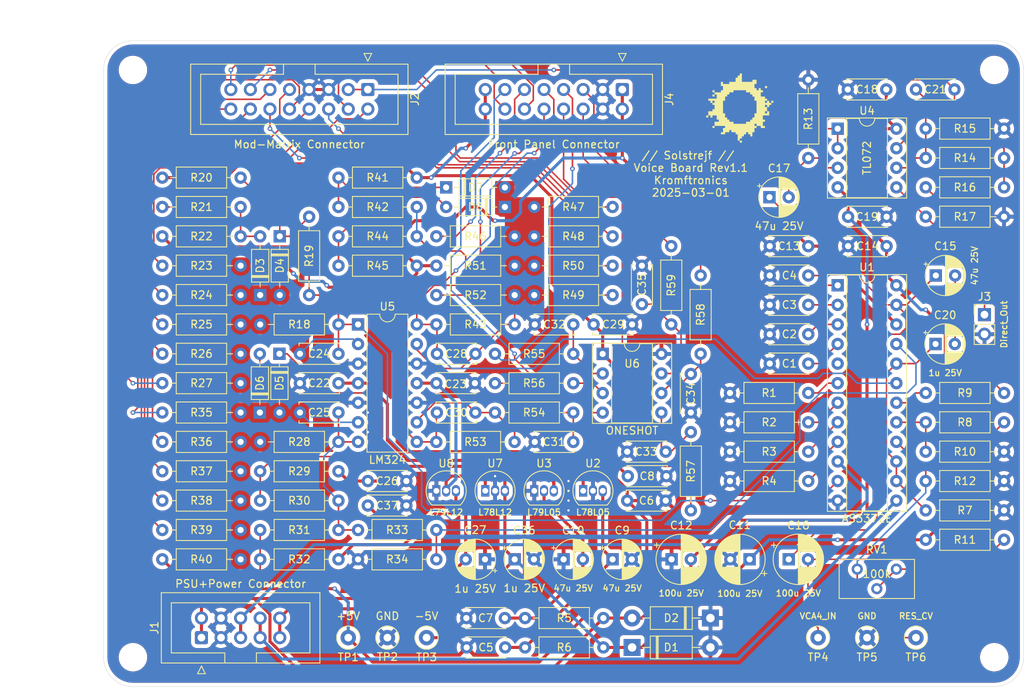
<source format=kicad_pcb>
(kicad_pcb (version 20241229) (generator "pcbnew") (generator_version "9.0")
  (title_block (title "Solstrejf Voice Board") (date "2025-03-01") (rev "1.1") (company "Kromftronics"))
  (layers (0 "F.Cu" signal) (2 "B.Cu" signal) (13 "F.Paste" user) (15 "B.Paste" user) (5 "F.SilkS" user "F.Silkscreen") (7 "B.SilkS" user "B.Silkscreen") (1 "F.Mask" user) (3 "B.Mask" user) (25 "Edge.Cuts" user))
  (net 0 "")
  (net 1 "/Ca")
  (net 2 "GND")
  (net 3 "/Cb")
  (net 4 "/Cc")
  (net 5 "/Cd")
  (net 6 "Net-(U2-VI)")
  (net 7 "+5V")
  (net 8 "Net-(U3-VI)")
  (net 9 "-5V")
  (net 10 "+15V")
  (net 11 "-15V")
  (net 12 "Net-(C15-Pad2)")
  (net 13 "/VCF_OUT")
  (net 14 "/RES_FB")
  (net 15 "Net-(U4A-+)")
  (net 16 "Net-(U4B-+)")
  (net 17 "/VCA4_OUT")
  (net 18 "Net-(U4B--)")
  (net 19 "Net-(C21-Pad2)")
  (net 20 "/PAN_CV/virtual_gnd_pancv")
  (net 21 "/PAN_CV")
  (net 22 "/FREQUENCY_CV/FREQ_CV_prescale")
  (net 23 "/FREQUENCY_CV/virtual_gnd_freqcv")
  (net 24 "+12V")
  (net 25 "/VCA_CV/virtual_gnd_VCAcv")
  (net 26 "/AMP_CV")
  (net 27 "Net-(U5C--)")
  (net 28 "/ENV_OUT")
  (net 29 "Net-(C31-Pad2)")
  (net 30 "/VCA_CV/REPS_LP")
  (net 31 "/VCA_CV/DEL_LP")
  (net 32 "/VCA_CV/TYPE_LP")
  (net 33 "/VCA_CV/RATE_LP")
  (net 34 "-12V")
  (net 35 "/PAN_CV/CLIP_-_PAN")
  (net 36 "/PAN_CV/CLIP_+_PAN")
  (net 37 "/FREQUENCY_CV/CLIP_+_FREQ")
  (net 38 "/FREQUENCY_CV/CLIP_-_FREQ")
  (net 39 "/VCA_CV/CLIP_+_VCA")
  (net 40 "/VCA_CV/CLIP_-_VCA")
  (net 41 "/R_OUT")
  (net 42 "/L_OUT")
  (net 43 "/PAN1")
  (net 44 "/PAN3")
  (net 45 "/FREQ2")
  (net 46 "/FREQ4")
  (net 47 "/AMP4")
  (net 48 "/FREQ3")
  (net 49 "/AMP3")
  (net 50 "/VOICE_TO_MOD")
  (net 51 "/FREQ1")
  (net 52 "/AMP1")
  (net 53 "/PAN4")
  (net 54 "/PAN2")
  (net 55 "/AMP2")
  (net 56 "Net-(J3-Pad1)")
  (net 57 "/ONESHOT_TRIG")
  (net 58 "/AMP_POT")
  (net 59 "/ONESHOT_DEL")
  (net 60 "/PAN_POT")
  (net 61 "/FREQ_POT")
  (net 62 "/ONESHOT_REPS")
  (net 63 "/ONESHOT_RATE")
  (net 64 "/ENV_IN")
  (net 65 "/ONESHOT_TYPE")
  (net 66 "/Cntrl1")
  (net 67 "/IN1")
  (net 68 "/IN2")
  (net 69 "/Cntrl2")
  (net 70 "/RES_IN3")
  (net 71 "/VCA4_IN")
  (net 72 "Net-(R11-Pad1)")
  (net 73 "/RES_CV")
  (net 74 "/FREQ_CV")
  (net 75 "/VCA_CV/PDM_OUT")
  (footprint "Capacitor_THT:CP_Radial_D6.3mm_P2.50mm" (layer "F.Cu") (at 163.83 124.46 180)
    (property "Reference" "C11")
    (property "Value" "100u 25V")
  )
  (footprint "Resistor_THT:R_Axial_DIN0207_L6.3mm_D2.5mm_P10.16mm_Horizontal" (layer "F.Cu") (at 87.63 101.6)
    (property "Reference" "R27")
    (property "Value" "51k" (hide yes))
  )
  (footprint "Resistor_THT:R_Axial_DIN0207_L6.3mm_D2.5mm_P10.16mm_Horizontal" (layer "F.Cu") (at 153.67 83.82 -90)
    (property "Reference" "R59")
    (property "Value" "1k" (hide yes))
  )
  (footprint "Resistor_THT:R_Axial_DIN0207_L6.3mm_D2.5mm_P10.16mm_Horizontal" (layer "F.Cu") (at 87.63 116.84)
    (property "Reference" "R38")
    (property "Value" "68k" (hide yes))
  )
  (footprint "Package_DIP:DIP-24_W7.62mm_Socket" (layer "F.Cu") (at 175.26 88.9)
    (property "Reference" "U1")
    (property "Value" "AS3372E")
  )
  (footprint "Resistor_THT:R_Axial_DIN0207_L6.3mm_D2.5mm_P10.16mm_Horizontal" (layer "F.Cu") (at 87.63 109.22)
    (property "Reference" "R36")
    (property "Value" "68k" (hide yes))
  )
  (footprint "MountingHole:MountingHole_3.2mm_M3_DIN965" (layer "F.Cu") (at 195.58 137.16)
    (property "Reference" "H4" (hide yes))
    (property "Value" "M3")
  )
  (footprint "Resistor_THT:R_Axial_DIN0207_L6.3mm_D2.5mm_P10.16mm_Horizontal" (layer "F.Cu") (at 161.29 114.3)
    (property "Reference" "R4")
    (property "Value" "1k" (hide yes))
  )
  (footprint "Resistor_THT:R_Axial_DIN0207_L6.3mm_D2.5mm_P10.16mm_Horizontal" (layer "F.Cu") (at 157.48 87.63 -90)
    (property "Reference" "R58")
    (property "Value" "1k" (hide yes))
  )
  (footprint "Package_DIP:DIP-8_W7.62mm_Socket" (layer "F.Cu") (at 144.77 97.805)
    (property "Reference" "U6")
    (property "Value" "ONESHOT")
  )
  (footprint "Capacitor_THT:C_Disc_D5.0mm_W2.5mm_P5.00mm" (layer "F.Cu") (at 147.955 116.84)
    (property "Reference" "C6")
    (property "Value" "100n" (hide yes))
  )
  (footprint "Resistor_THT:R_Axial_DIN0207_L6.3mm_D2.5mm_P10.16mm_Horizontal" (layer "F.Cu") (at 100.33 93.98)
    (property "Reference" "R18")
    (property "Value" "20k" (hide yes))
  )
  (footprint "TestPoint:TestPoint_Loop_D2.50mm_Drill1.0mm" (layer "F.Cu") (at 185.42 134.62)
    (property "Reference" "TP6")
    (property "Value" "RES_CV")
  )
  (footprint "Resistor_THT:R_Axial_DIN0207_L6.3mm_D2.5mm_P10.16mm_Horizontal" (layer "F.Cu") (at 110.49 82.55)
    (property "Reference" "R44")
    (property "Value" "1k" (hide yes))
  )
  (footprint "Capacitor_THT:C_Disc_D5.0mm_W2.5mm_P5.00mm" (layer "F.Cu") (at 119.3 114.3 180)
    (property "Reference" "C26")
    (property "Value" "100n" (hide yes))
  )
  (footprint "Resistor_THT:R_Axial_DIN0207_L6.3mm_D2.5mm_P10.16mm_Horizontal" (layer "F.Cu") (at 97.79 74.93 180)
    (property "Reference" "R20")
    (property "Value" "3k6" (hide yes))
  )
  (footprint "Resistor_THT:R_Axial_DIN0207_L6.3mm_D2.5mm_P10.16mm_Horizontal" (layer "F.Cu") (at 133.35 93.98 180)
    (property "Reference" "R43")
    (property "Value" "20k" (hide yes))
  )
  (footprint "Capacitor_THT:CP_Radial_D5.0mm_P2.50mm" (layer "F.Cu") (at 166.41 77.47)
    (property "Reference" "C17")
    (property "Value" "47u 25V")
  )
  (footprint "Resistor_THT:R_Axial_DIN0207_L6.3mm_D2.5mm_P10.16mm_Horizontal" (layer "F.Cu") (at 120.65 78.74 180)
    (property "Reference" "R42")
    (property "Value" "1k" (hide yes))
  )
  (footprint "Capacitor_THT:C_Disc_D5.0mm_W2.5mm_P5.00mm" (layer "F.Cu") (at 181.57 63.49 180)
    (property "Reference" "C18")
    (property "Value" "100n" (hide yes))
  )
  (footprint "TestPoint:TestPoint_Loop_D2.50mm_Drill1.0mm" (layer "F.Cu") (at 111.76 134.62)
    (property "Reference" "TP1")
    (property "Value" "+5V")
  )
  (footprint "Resistor_THT:R_Axial_DIN0207_L6.3mm_D2.5mm_P10.16mm_Horizontal" (layer "F.Cu") (at 196.85 114.3 180)
    (property "Reference" "R12")
    (property "Value" "10k" (hide yes))
  )
  (footprint "Resistor_THT:R_Axial_DIN0207_L6.3mm_D2.5mm_P10.16mm_Horizontal" (layer "F.Cu") (at 186.69 72.38)
    (property "Reference" "R14")
    (property "Value" "100k" (hide yes))
  )
  (footprint "Resistor_THT:R_Axial_DIN0207_L6.3mm_D2.5mm_P10.16mm_Horizontal" (layer "F.Cu") (at 144.86 132.08 180)
    (property "Reference" "R5")
    (property "Value" "22R" (hide yes))
  )
  (footprint "Capacitor_THT:C_Disc_D5.0mm_W2.5mm_P5.00mm" (layer "F.Cu") (at 127.08 132.08)
    (property "Reference" "C7")
    (property "Value" "330n" (hide yes))
  )
  (footprint "Resistor_THT:R_Axial_DIN0207_L6.3mm_D2.5mm_P10.16mm_Horizontal" (layer "F.Cu") (at 161.29 110.49)
    (property "Reference" "R3")
    (property "Value" "1k" (hide yes))
  )
  (footprint "MountingHole:MountingHole_3.2mm_M3_DIN965" (layer "F.Cu") (at 195.58 60.96)
    (property "Reference" "H3" (hide yes))
    (property "Value" "M3")
  )
  (footprint "Resistor_THT:R_Axial_DIN0207_L6.3mm_D2.5mm_P10.16mm_Horizontal" (layer "F.Cu") (at 196.85 68.57 180)
    (property "Reference" "R15")
    (property "Value" "1K8" (hide yes))
  )
  (footprint "Diode_THT:D_DO-35_SOD27_P7.62mm_Horizontal" (layer "F.Cu") (at 102.87 82.55 -90)
    (property "Reference" "D4")
    (property "Value" "1N4148" (hide yes))
  )
  (footprint "Resistor_THT:R_Axial_DIN0207_L6.3mm_D2.5mm_P10.16mm_Horizontal" (layer "F.Cu") (at 144.86 135.89 180)
    (property "Reference" "R6")
    (property "Value" "22R" (hide yes))
  )
  (footprint "Capacitor_THT:C_Disc_D5.0mm_W2.5mm_P5.00mm" (layer "F.Cu") (at 181.61 80.01 180)
    (property "Reference" "C19")
    (property "Value" "100n" (hide yes))
  )
  (footprint "Capacitor_THT:C_Disc_D5.0mm_W2.5mm_P5.00mm" (layer "F.Cu") (at 171.45 83.82 180)
    (property "Reference" "C13")
    (property "Value" "100n" (hide yes))
  )
  (footprint "Resistor_THT:R_Axial_DIN0207_L6.3mm_D2.5mm_P10.16mm_Horizontal" (layer "F.Cu") (at 113.03 124.46)
    (property "Reference" "R34")
    (property "Value" "1k" (hide yes))
  )
  (footprint "Capacitor_THT:CP_Radial_D5.0mm_P2.50mm" (layer "F.Cu") (at 133.35 124.46)
    (property "Reference" "C36")
    (property "Value" "1u 25V")
  )
  (footprint "Capacitor_THT:CP_Radial_D5.0mm_P2.50mm" (layer "F.Cu") (at 188 87.63)
    (property "Reference" "C15")
    (property "Value" "47u 25V")
  )
  (footprint "Resistor_THT:R_Axial_DIN0207_L6.3mm_D2.5mm_P10.16mm_Horizontal" (layer "F.Cu") (at 110.49 124.46 180)
    (property "Reference" "R32")
    (property "Value" "2k4" (hide yes))
  )
  (footprint "Capacitor_THT:C_Disc_D5.0mm_W2.5mm_P5.00mm" (layer "F.Cu") (at 149.86 86.36 -90)
    (property "Reference" "C35")
    (property "Value" "100n" (hide yes))
  )
  (footprint "Diode_THT:D_DO-35_SOD27_P7.62mm_Horizontal" (layer "F.Cu") (at 100.33 90.17 90)
    (property "Reference" "D3")
    (property "Value" "1N4148" (hide yes))
  )
  (footprint "Resistor_THT:R_Axial_DIN0207_L6.3mm_D2.5mm_P10.16mm_Horizontal" (layer "F.Cu") (at 140.96 105.415 180)
    (property "Reference" "R54")
    (property "Value" "10k" (hide yes))
  )
  (footprint "Resistor_THT:R_Axial_DIN0207_L6.3mm_D2.5mm_P10.16mm_Horizontal" (layer "F.Cu") (at 87.63 82.55)
    (property "Reference" "R22")
    (property "Value" "3k6" (hide yes))
  )
  (footprint "Resistor_THT:R_Axial_DIN0207_L6.3mm_D2.5mm_P10.16mm_Horizontal" (layer "F.Cu") (at 130.8 97.795)
    (property "Reference" "R55")
    (property "Value" "1k" (hide yes))
  )
  (footprint "MountingHole:MountingHole_3.2mm_M3_DIN965" (layer "F.Cu") (at 83.82 137.16)
    (property "Reference" "H2" (hide yes))
    (property "Value" "M3")
  )
  (footprint "Resistor_THT:R_Axial_DIN0207_L6.3mm_D2.5mm_P10.16mm_Horizontal" (layer "F.Cu") (at 123.19 86.36)
    (property "Reference" "R51")
    (property "Value" "20k" (hide yes))
  )
  (footprint "Resistor_THT:R_Axial_DIN0207_L6.3mm_D2.5mm_P10.16mm_Horizontal" (layer "F.Cu") (at 196.85 102.87 180)
    (property "Reference" "R9")
    (property "Value" "22k" (hide yes))
  )
  (footprint "Package_TO_SOT_THT:TO-92_Inline" (layer "F.Cu") (at 142.24 115.57)
    (property "Reference" "U2")
    (property "Value" "L78L05")
  )
  (footprint "Capacitor_THT:C_Disc_D5.0mm_W2.5mm_P5.00mm" (layer "F.Cu") (at 148.59 93.98 180)
    (property "Reference" "C29")
    (property "Value" "100n" (hide yes))
  )
  (footprint "Package_TO_SOT_THT:TO-92_Inline" (layer "F.Cu") (at 129.54 115.57)
    (property "Reference" "U7")
    (property "Value" "L78L12")
  )
  (footprint "Resistor_THT:R_Axial_DIN0207_L6.3mm_D2.5mm_P10.16mm_Horizontal" (layer "F.Cu") (at 146.05 86.36 180)
    (property "Reference" "R50")
    (property "Value" "10k" (hide yes))
  )
  (footprint "Resistor_THT:R_Axial_DIN0207_L6.3mm_D2.5mm_P10.16mm_Horizontal" (layer "F.Cu") (at 87.63 86.36)
    (property "Reference" "R23")
    (property "Value" "20k" (hide yes))
  )
  (footprint "TestPoint:TestPoint_Loop_D2.50mm_Drill1.0mm" (layer "F.Cu") (at 121.92 134.62)
    (property "Reference" "TP3")
    (property "Value" "-5V")
  )
  (footprint "Resistor_THT:R_Axial_DIN0207_L6.3mm_D2.5mm_P10.16mm_Horizontal" (layer "F.Cu") (at 87.63 124.46)
    (property "Reference" "R40")
    (property "Value" "82k" (hide yes))
  )
  (footprint "Capacitor_THT:C_Disc_D5.0mm_W2.5mm_P5.00mm" (layer "F.Cu") (at 132.12 135.89 180)
    (property "Reference" "C5")
    (property "Value" "330n" (hide yes))
  )
  (footprint "Resistor_THT:R_Axial_DIN0207_L6.3mm_D2.5mm_P10.16mm_Horizontal" (layer "F.Cu") (at 113.03 120.65)
    (property "Reference" "R33")
    (property "Value" "51k" (hide yes))
  )
  (footprint "Resistor_THT:R_Axial_DIN0207_L6.3mm_D2.5mm_P10.16mm_Horizontal" (layer "F.Cu") (at 100.33 113.03)
    (property "Reference" "R29")
    (property "Value" "1k6" (hide yes))
  )
  (footprint "TestPoint:TestPoint_Loop_D2.50mm_Drill1.0mm" (layer "F.Cu") (at 116.84 134.62)
    (property "Reference" "TP2")
    (property "Value" "GND")
  )
  (footprint "Connector_IDC:IDC-Header_2x08_P2.54mm_Vertical" (layer "F.Cu") (at 147.32 63.5 -90)
    (property "Reference" "J4")
    (property "Value" "Front Panel Connector")
  )
  (footprint "Resistor_THT:R_Axial_DIN0207_L6.3mm_D2.5mm_P10.16mm_Horizontal" (layer "F.Cu") (at 196.85 76.19 180)
    (property "Reference" "R16")
    (property "Value" "1k" (hide yes))
  )
  (footprint "Resistor_THT:R_Axial_DIN0207_L6.3mm_D2.5mm_P10.16mm_Horizontal" (layer "F.Cu") (at 87.63 93.98)
    (property "Reference" "R25")
    (property "Value" "20k" (hide yes))
  )
  (footprint "Resistor_THT:R_Axial_DIN0207_L6.3mm_D2.5mm_P10.16mm_Horizontal" (layer "F.Cu") (at 146.05 90.17 180)
    (property "Reference" "R49")
    (property "Value" "10k" (hide yes))
  )
  (footprint "Resistor_THT:R_Axial_DIN0207_L6.3mm_D2.5mm_P10.16mm_Horizontal" (layer "F.Cu") (at 100.33 120.65)
    (property "Reference" "R31")
    (property "Value" "1k" (hide yes))
  )
  (footprint "Capacitor_THT:CP_Radial_D5.0mm_P2.50mm" (layer "F.Cu") (at 139.7 124.46)
    (property "Reference" "C10")
    (property "Value" "47u 25V")
  )
  (footprint "Resistor_THT:R_Axial_DIN0207_L6.3mm_D2.5mm_P10.16mm_Horizontal" (layer "F.Cu") (at 106.68 90.17 90)
    (property "Reference" "R19")
    (property "Value" "1k" (hide yes))
  )
  (footprint "Resistor_THT:R_Axial_DIN0207_L6.3mm_D2.5mm_P10.16mm_Horizontal" (layer "F.Cu") (at 140.96 101.605 180)
    (property "Reference" "R56")
    (property "Value" "91k" (hide yes))
  )
  (footprint "Diode_THT:D_DO-41_SOD81_P10.16mm_Horizontal" (layer "F.Cu") (at 158.75 132.08 180)
    (property "Reference" "D2")
    (property "Value" "1N4001" (hide yes))
  )
  (footprint "MountingHole:MountingHole_3.2mm_M3_DIN965" (layer "F.Cu") (at 83.82 60.96)
    (property "Reference" "H1" (hide yes))
    (property "Value" "M3")
  )
  (footprint "Diode_THT:D_DO-35_SOD27_P7.62mm_Horizontal" (layer "F.Cu") (at 100.29 105.41 90)
    (property "Reference" "D6")
    (property "Value" "1N4148" (hide yes))
  )
  (footprint "Resistor_THT:R_Axial_DIN0207_L6.3mm_D2.5mm_P10.16mm_Horizontal" (layer "F.Cu") (at 196.85 121.92 180)
    (property "Reference" "R11")
    (property "Value" "20k" (hide yes))
  )
  (footprint "Capacitor_THT:C_Disc_D5.0mm_W2.5mm_P5.00mm" (layer "F.Cu") (at 171.45 99.06 180)
    (property "Reference" "C1")
    (property "Value" "100n" (hide yes))
  )
  (footprint "Diode_THT:D_DO-41_SOD81_P10.16mm_Horizontal" (layer "F.Cu") (at 148.59 135.89)
    (property "Reference" "D1")
    (property "Value" "1N4001" (hide yes))
  )
  (footprint "Package_DIP:DIP-8_W7.62mm_Socket" (layer "F.Cu") (at 175.26 68.58)
    (property "Reference" "U4")
    (property "Value" "TL072")
  )
  (footprint "Resistor_THT:R_Axial_DIN0207_L6.3mm_D2.5mm_P10.16mm_Horizontal" (layer "F.Cu") (at 123.19 90.17)
    (property "Reference" "R52")
    (property "Value" "20k" (hide yes))
  )
  (footprint "Capacitor_THT:CP_Radial_D5.0mm_P2.50mm" (layer "F.Cu") (at 146.05 124.46)
    (property "Reference" "C9")
    (property "Value" "47u 25V")
  )
  (footprint "Resistor_THT:R_Axial_DIN0207_L6.3mm_D2.5mm_P10.16mm_Horizontal" (layer "F.Cu") (at 161.29 102.87)
    (property "Reference" "R1")
    (property "Value" "1k" (hide yes))
  )
  (footprint "Resistor_THT:R_Axial_DIN0207_L6.3mm_D2.5mm_P10.16mm_Horizontal" (layer "F.Cu") (at 196.85 106.68 180)
    (property "Reference" "R8")
    (property "Value" "22k" (hide yes))
  )
  (footprint "Resistor_THT:R_Axial_DIN0207_L6.3mm_D2.5mm_P10.16mm_Horizontal" (layer "F.Cu") (at 186.69 80)
    (property "Reference" "R17")
    (property "Value" "100k" (hide yes))
  )
  (footprint "Capacitor_THT:C_Disc_D5.0mm_W2.5mm_P5.00mm" (layer "F.Cu") (at 185.42 63.49)
    (property "Reference" "C21")
    (property "Value" "100p" (hide yes))
  )
  (footprint "Capacitor_THT:C_Disc_D5.0mm_W2.5mm_P5.00mm" (layer "F.Cu") (at 135.96 93.985)
    (property "Reference" "C32")
    (property "Value" "100n" (hide yes))
  )
  (footprint "Capacitor_THT:C_Disc_D5.0mm_W2.5mm_P5.00mm" (layer "F.Cu") (at 156.21 105.41 90)
    (property "Reference" "C34")
    (property "Value" "100n" (hide yes))
  )
  (footprint "Capacitor_THT:CP_Radial_D6.3mm_P2.50mm" (layer "F.Cu") (at 168.91 124.46)
    (property "Reference" "C16")
    (property "Value" "100u 25V")
  )
  (footprint "Capacitor_THT:C_Disc_D5.0mm_W2.5mm_P5.00mm" (layer "F.Cu") (at 147.955 110.49)
    (property "Reference" "C33")
    (property "Value" "100n" (hide yes))
  )
  (footprint "Capacitor_THT:C_Disc_D5.0mm_W2.5mm_P5.00mm" (layer "F.Cu") (at 171.45 91.44 180)
    (property "Reference" "C3")
    (property "Value" "100n" (hide yes))
  )
  (footprint "TestPoint:TestPoint_Loop_D2.50mm_Drill1.0mm" (layer "F.Cu") (at 179.07 134.62)
    (property "Reference" "TP5")
    (property "Value" "GND")
  )
  (footprint "Capacitor_THT:C_Disc_D5.0mm_W2.5mm_P5.00mm" (layer "F.Cu") (at 135.96 109.225)
    (property "Reference" "C31")
    (property "Value" "4n7" (hide yes))
  )
  (footprint "Resistor_THT:R_Axial_DIN0207_L6.3mm_D2.5mm_P10.16mm_Horizontal" (layer "F.Cu") (at 87.63 90.17)
    (property "Reference" "R24")
    (property "Value" "20k" (hide yes))
  )
  (footprint "Capacitor_THT:C_Disc_D5.0mm_W2.5mm_P5.00mm" (layer "F.Cu") (at 128.27 97.79 180)
    (property "Reference" "C28")
    (property "Value" "470p" (hide yes))
  )
  (footprint "Connector_PinHeader_2.54mm:PinHeader_1x02_P2.54mm_Vertical" (layer "F.Cu") (at 194.31 92.71)
    (property "Reference" "J3")
    (property "Value" "Direct_Out")
  )
  (footprint "Capacitor_THT:C_Disc_D5.0mm_W2.5mm_P5.00mm" (layer "F.Cu") (at 105.49 105.41)
    (property "Reference" "C25")
    (property "Value" "470p" (hide yes))
  )
  (footprint "Capacitor_THT:CP_Radial_D5.0mm_P2.50mm" (layer "F.Cu") (at 129.5 124.46 180)
    (property "Reference" "C27")
    (property "Value" "1u 25V")
  )
  (footprint "Resistor_THT:R_Axial_DIN0207_L6.3mm_D2.5mm_P10.16mm_Horizontal" (layer "F.Cu") (at 87.63 105.41)
    (property "Reference" "R35")
    (property "Value" "14k" (hide yes))
  )
  (footprint "Resistor_THT:R_Axial_DIN0207_L6.3mm_D2.5mm_P10.16mm_Horizontal" (layer "F.Cu") (at 196.85 118.11 180)
    (property "Reference" "R7")
    (property "Value" "680R" (hide yes))
  )
  (footprint "Package_TO_SOT_THT:TO-92_Inline" (layer "F.Cu") (at 135.89 115.57)
    (property "Reference" "U3")
    (property "Value" "L79L05")
  )
  (footprint "Package_TO_SOT_THT:TO-92_Inline" (layer "F.Cu") (at 123.19 115.57)
    (property "Reference" "U8")
    (property "Value" "L79L12")
  )
  (footprint "Connector_IDC:IDC-Header_2x05_P2.54mm_Vertical" (layer "F.Cu") (at 92.71 134.62 90)
    (property "Reference" "J1")
    (property "Value" "PSU+Power Connector")
  )
  (footprint "Package_DIP:DIP-14_W7.62mm" (layer "F.Cu") (at 113.03 93.98)
    (property "Reference" "U5")
    (property "Value" "LM324")
  )
  (footprint "Diode_THT:D_DO-35_SOD27_P7.62mm_Horizontal" (layer "F.Cu") (at 102.83 97.79 -90)
    (property "Reference" "D5")
    (property "Value" "1N4148" (hide yes))
  )
  (footprint "Capacitor_THT:C_Disc_D5.0mm_W2.5mm_P5.00mm" (layer "F.Cu") (at 114.3 117.475)
    (property "Reference" "C37")
    (property "Value" "100n" (hide yes))
  )
  (footprint "Capacitor_THT:C_Disc_D5.0mm_W2.5mm_P5.00mm" (layer "F.Cu") (at 171.45 87.63 180)
    (property "Reference" "C4")
    (property "Value" "1n" (hide yes))
  )
  (footprint "Resistor_THT:R_Axial_DIN0207_L6.3mm_D2.5mm_P10.16mm_Horizontal" (layer "F.Cu") (at 110.49 116.84 180)
    (property "Reference" "R30")
    (property "Value" "1k" (hide yes))
  )
  (footprint "TestPoint:TestPoint_Loop_D2.50mm_Drill1.0mm" (layer "F.Cu") (at 172.72 134.62)
    (property "Reference" "TP4")
    (property "Value" "VCA4_IN")
  )
  (footprint "Resistor_THT:R_Axial_DIN0207_L6.3mm_D2.5mm_P10.16mm_Horizontal" (layer "F.Cu") (at 146.05 82.55 180)
    (property "Reference" "R48")
    (property "Value" "10k" (hide yes))
  )
  (footprint "Resistor_THT:R_Axial_DIN0207_L6.3mm_D2.5mm_P10.16mm_Horizontal" (layer "F.Cu") (at 133.34 109.225 180)
    (property "Reference" "R53")
    (property "Value" "100k" (hide yes))
  )
  (footprint "Capacitor_THT:C_Disc_D5.0mm_W2.5mm_P5.00mm" (layer "F.Cu") (at 181.61 83.82 180)
    (property "Reference" "C14")
    (property "Value" "100n" (hide yes))
  )
  (footprint "Resistor_THT:R_Axial_DIN0207_L6.3mm_D2.5mm_P10.16mm_Horizontal" (layer "F.Cu") (at 87.63 113.03)
    (property "Reference" "R37")
    (property "Value" "68k" (hide yes))
  )
  (footprint "Resistor_THT:R_Axial_DIN0207_L6.3mm_D2.5mm_P10.16mm_Horizontal" (layer "F.Cu") (at 87.63 120.65)
    (property "Reference" "R39")
    (property "Value" "68k" (hide yes))
  )
  (footprint "Capacitor_THT:C_Disc_D5.0mm_W2.5mm_P5.00mm" (layer "F.Cu") (at 128.26 105.415 180)
    (property "Reference" "C30")
    (property "Value" "4n7" (hide yes))
  )
  (footprint "Capacitor_THT:C_Disc_D5.0mm_W2.5mm_P5.00mm" (layer "F.Cu") (at 110.49 101.6 180)
    (property "Reference" "C22")
    (property "Value" "100n" (hide yes))
  )
  (footprint "Resistor_THT:R_Axial_DIN0207_L6.3mm_D2.5mm_P10.16mm_Horizontal" (layer "F.Cu") (at 196.85 110.49 180)
    (property "Reference" "R10")
    (property "Value" "1k" (hide yes))
  )
  (footprint "LOGO" (layer "F.Cu") (at 162.56 66.04)
    (property "Reference" "G***" (hide yes))
    (property "Value" "LOGO" (hide yes))
  )
  (footprint "Resistor_THT:R_Axial_DIN0207_L6.3mm_D2.5mm_P10.16mm_Horizontal" (layer "F.Cu") (at 120.65 86.36 180)
    (property "Reference" "R45")
    (property "Value" "1k2" (hide yes))
  )
  (footprint "Connector_IDC:IDC-Header_2x08_P2.54mm_Vertical" (layer "F.Cu") (at 114.3 63.5 -90)
    (property "Reference" "J2")
    (property "Value" "Mod-Matrix Connector")
  )
  (footprint "Capacitor_THT:CP_Radial_D5.0mm_P2.50mm" (layer "F.Cu") (at 187.96 96.52)
    (property "Reference" "C20")
    (property "Value" "1u 25V")
  )
  (footprint "Capacitor_THT:C_Disc_D5.0mm_W2.5mm_P5.00mm" (layer "F.Cu") (at 153.035 113.665 180)
    (property "Reference" "C8")
    (property "Value" "100n" (hide yes))
  )
  (footprint "Resistor_THT:R_Axial_DIN0207_L6.3mm_D2.5mm_P10.16mm_Horizontal" (layer "F.Cu") (at 156.21 118.11 90)
    (property "Reference" "R57")
    (property "Value" "1k" (hide yes))
  )
  (footprint "Resistor_THT:R_Axial_DIN0207_L6.3mm_D2.5mm_P10.16mm_Horizontal" (layer "F.Cu") (at 100.33 109.22)
    (property "Reference" "R28")
    (property "Value" "20k" (hide yes))
  )
  (footprint "Resistor_THT:R_Axial_DIN0207_L6.3mm_D2.5mm_P10.16mm_Horizontal" (layer "F.Cu") (at 123.19 82.55)
    (property "Reference" "R46")
    (property "Value" "20k" (hide yes))
  )
  (footprint "Resistor_THT:R_Axial_DIN0207_L6.3mm_D2.5mm_P10.16mm_Horizontal" (layer "F.Cu") (at 110.49 74.93)
    (property "Reference" "R41")
    (property "Value" "36k" (hide yes))
  )
  (footprint "Diode_THT:D_DO-35_SOD27_P7.62mm_Horizontal" (layer "F.Cu") (at 124.46 76.2)
    (property "Reference" "D7")
    (property "Value" "1N4148" (hide yes))
  )
  (footprint "Resistor_THT:R_Axial_DIN0207_L6.3mm_D2.5mm_P10.16mm_Horizontal" (layer "F.Cu") (at 146.05 78.74 180)
    (property "Reference" "R47")
    (property "Value" "10k" (hide yes))
  )
  (footprint "Capacitor_THT:CP_Radial_D6.3mm_P2.50mm" (layer "F.Cu") (at 153.71 124.46)
    (property "Reference" "C12")
    (property "Value" "100u 25V")
  )
  (footprint "Capacitor_THT:C_Disc_D5.0mm_W2.5mm_P5.00mm" (layer "F.Cu") (at 105.49 97.79)
    (property "Reference" "C24")
    (property "Value" "470p" (hide yes))
  )
  (footprint "Capacitor_THT:C_Disc_D5.0mm_W2.5mm_P5.00mm" (layer "F.Cu") (at 171.45 95.25 180)
    (property "Reference" "C2")
    (property "Value" "100n" (hide yes))
  )
  (footprint "Diode_THT:D_DO-35_SOD27_P7.62mm_Horizontal" (layer "F.Cu") (at 132.08 78.74 180)
    (property "Reference" "D8")
    (property "Value" "1N4148" (hide yes))
  )
  (footprint "Potentiometer_THT:Potentiometer_Bourns_3296Y_Vertical" (layer "F.Cu") (at 182.88 125.73)
    (property "Reference" "RV1")
    (property "Value" "100k")
  )
  (footprint "Capacitor_THT:C_Disc_D5.0mm_W2.5mm_P5.00mm" (layer "F.Cu") (at 128.19 101.6 180)
    (property "Reference" "C23")
    (property "Value" "100n" (hide yes))
  )
  (footprint "Resistor_THT:R_Axial_DIN0207_L6.3mm_D2.5mm_P10.16mm_Horizontal" (layer "F.Cu") (at 161.29 106.68)
    (property "Reference" "R2")
    (property "Value" "1k" (hide yes))
  )
  (footprint "Resistor_THT:R_Axial_DIN0207_L6.3mm_D2.5mm_P10.16mm_Horizontal" (layer "F.Cu") (at 97.79 78.74 180)
    (property "Reference" "R21")
    (property "Value" "1k" (hide yes))
  )
  (footprint "Resistor_THT:R_Axial_DIN0207_L6.3mm_D2.5mm_P10.16mm_Horizontal" (layer "F.Cu") (at 87.63 97.79)
    (property "Reference" "R26")
    (property "Value" "20k" (hide yes))
  )
  (footprint "Resistor_THT:R_Axial_DIN0207_L6.3mm_D2.5mm_P10.16mm_Horizontal" (layer "F.Cu") (at 171.45 72.39 90)
    (property "Reference" "R13")
    (property "Value" "100k" (hide yes))
  )
  (gr_arc (start 83.82 140.97) (mid 81.125923 139.854077) (end 80.01 137.16) (stroke (width 0.05)) (layer "Edge.Cuts"))
  (gr_arc (start 80.01 60.96) (mid 81.125923 58.265923) (end 83.82 57.15) (stroke (width 0.05)) (layer "Edge.Cuts"))
  (gr_line (start 195.58 140.97) (end 83.82 140.97) (stroke (width 0.05)) (layer "Edge.Cuts"))
  (gr_line (start 83.82 57.15) (end 195.58 57.15) (stroke (width 0.05)) (layer "Edge.Cuts"))
  (gr_line (start 80.01 137.16) (end 80.01 60.96) (stroke (width 0.05)) (layer "Edge.Cuts"))
  (gr_arc (start 199.39 137.16) (mid 198.274077 139.854077) (end 195.58 140.97) (stroke (width 0.05)) (layer "Edge.Cuts"))
  (gr_line (start 199.39 60.96) (end 199.39 137.16) (stroke (width 0.05)) (layer "Edge.Cuts"))
  (gr_arc (start 195.58 57.15) (mid 198.274077 58.265923) (end 199.39 60.96) (stroke (width 0.05)) (layer "Edge.Cuts"))
  (gr_text "// Solstrejf // \nVoice Board Rev${REVISION}\n${COMPANY}\n${ISSUE_DATE}" (at 156.21 77.47 0) (layer "F.SilkS") (effects (font (size 1 1)) (justify bottom)))
  (segment (start 172.72 99.06) (end 175.26 96.52) (width 0.2) (layer "F.Cu") (net 1))
  (segment (start 171.45 99.06) (end 172.72 99.06) (width 0.2) (layer "F.Cu") (net 1))
  (segment (start 106.68 63.5) (end 109.22 63.5) (width 0.4) (layer "F.Cu") (net 2))
  (via (at 140.335 118.11) (size 0.6) (drill 0.3) (layers "F.Cu" "B.Cu") (net 2))
  (via (at 130.81 113.665) (size 0.6) (drill 0.3) (layers "F.Cu" "B.Cu") (net 2))
  (via (at 114.3 105.41) (size 0.6) (drill 0.3) (layers "F.Cu" "B.Cu") (net 2))
  (via (at 140.335 115.57) (size 0.6) (drill 0.3) (layers "F.Cu" "B.Cu") (net 2))
  (via (at 140.335 116.84) (size 0.6) (drill 0.3) (layers "F.Cu" "B.Cu") (net 2))
  (via (at 140.335 114.3) (size 0.6) (drill 0.3) (layers "F.Cu" "B.Cu") (net 2))
  (via (at 114.3 107.95) (size 0.6) (drill 0.3) (layers "F.Cu" "B.Cu") (net 2))
  (via (at 107.95 62.23) (size 0.6) (drill 0.3) (layers "F.Cu" "B.Cu") (net 2))
  (segment (start 171.45 95.25) (end 172.72 93.98) (width 0.2) (layer "F.Cu") (net 3))
  (segment (start 172.72 93.98) (end 175.26 93.98) (width 0.2) (layer "F.Cu") (net 3))
  (segment (start 171.45 91.44) (end 175.26 91.44) (width 0.2) (layer "F.Cu") (net 4))
  (segment (start 173.99 88.9) (end 175.26 88.9) (width 0.2) (layer "F.Cu") (net 5))
  (segment (start 172.72 87.63) (end 173.99 88.9) (width 0.2) (layer "F.Cu") (net 5))
  (segment (start 171.45 87.63) (end 172.72 87.63) (width 0.2) (layer "F.Cu") (net 5))
  (segment (start 146.05 124.54) (end 146.05 124.46) (width 0.4) (layer "F.Cu") (net 6))
  (segment (start 146.05 124.46) (end 144.78 123.19) (width 0.4) (layer "F.Cu") (net 6))
  (segment (start 134.7 135.89) (end 146.05 124.54) (width 0.4) (layer "F.Cu") (net 6))
  (segment (start 144.78 123.19) (end 144.78 115.57) (width 0.4) (layer "F.Cu") (net 6))
  (segment (start 132.12 135.89) (end 134.7 135.89) (width 0.4) (layer "F.Cu") (net 6))
  (segment (start 87.63 74.93) (end 95.885 74.93) (width 0.4) (layer "F.Cu") (net 7))
  (segment (start 142.842106 112.395) (end 144.93875 112.395) (width 0.4) (layer "F.Cu") (net 7))
  (segment (start 149.83 114.965) (end 149.83 102.865) (width 0.4) (layer "F.Cu") (net 7))
  (segment (start 147.955 116.84) (end 149.225 116.84) (width 0.4) (layer "F.Cu") (net 7))
  (segment (start 150.495 119.38) (end 147.955 116.84) (width 0.4) (layer "F.Cu") (net 7))
  (segment (start 129.54 66.04) (end 129.54 68.58) (width 0.4) (layer "F.Cu") (net 7))
  (segment (start 147.955 115.41125) (end 147.955 116.84) (width 0.4) (layer "F.Cu") (net 7))
  (segment (start 143.51 93.98) (end 138.176 88.646) (width 0.4) (layer "F.Cu") (net 7))
  (segment (start 144.93875 112.395) (end 147.955 115.41125) (width 0.4) (layer "F.Cu") (net 7))
  (segment (start 149.83 116.235) (end 149.83 114.965) (width 0.4) (layer "F.Cu") (net 7))
  (segment (start 138.176 88.646) (end 138.176 77.47) (width 0.4) (layer "F.Cu") (net 7))
  (segment (start 118.872 73.152) (end 120.65 74.93) (width 0.4) (layer "F.Cu") (net 7))
  (segment (start 129.54 66.04) (end 129.54 63.5) (width 0.4) (layer "F.Cu") (net 7))
  (segment (start 109.982 128.27) (end 91.44 128.27) (width 0.4) (layer "F.Cu") (net 7))
  (segment (start 144.77 97.805) (end 144.77 95.16) (width 0.4) (layer "F.Cu") (net 7))
  (segment (start 149.225 127.635) (end 150.495 126.365) (width 0.4) (layer "F.Cu") (net 7))
  (segment (start 144.77 95.16) (end 143.59 93.98) (width 0.4) (layer "F.Cu") (net 7))
  (segment (start 149.83 102.865) (end 144.77 97.805) (width 0.4) (layer "F.Cu") (net 7))
  (segment (start 146.685 127.635) (end 149.225 127.635) (width 0.4) (layer "F.Cu") (net 7))
  (segment (start 143.59 93.98) (end 143.51 93.98) (width 0.4) (layer "F.Cu") (net 7))
  (segment (start 114.935 137.795) (end 136.525 137.795) (width 0.4) (layer "F.Cu") (net 7))
  (segment (start 129.54 68.58) (end 127 71.12) (width 0.4) (layer "F.Cu") (net 7))
  (segment (start 97.663 73.152) (end 118.872 73.152) (width 0.4) (layer "F.Cu") (net 7))
  (segment (start 91.44 128.27) (end 87.63 124.46) (width 0.4) (layer "F.Cu") (net 7))
  (segment (start 138.176 77.47) (end 135.382 74.676) (width 0.4) (layer "F.Cu") (net 7))
  (segment (start 122.770906 74.676) (end 122.523765 74.923141) (width 0.4) (layer "F.Cu") (net 7))
  (segment (start 135.382 74.676) (end 122.770906 74.676) (width 0.4) (layer "F.Cu") (net 7))
  (segment (start 111.76 134.62) (end 114.935 137.795) (width 0.4) (layer "F.Cu") (net 7))
  (segment (start 120.65 74.93) (end 122.555 74.93) (width 0.4) (layer "F.Cu") (net 7))
  (segment (start 142.24 112.997106) (end 142.842106 112.395) (width 0.4) (layer "F.Cu") (net 7))
  (segment (start 149.225 116.84) (end 149.83 116.235) (width 0.4) (layer "F.Cu") (net 7))
  (segment (start 136.525 137.795) (end 146.685 127.635) (width 0.4) (layer "F.Cu") (net 7))
  (segment (start 95.885 74.93) (end 97.663 73.152) (width 0.4) (layer "F.Cu") (net 7))
  (segment (start 150.495 126.365) (end 150.495 119.38) (width 0.4) (layer "F.Cu") (net 7))
  (segment (start 142.24 115.57) (end 142.24 112.997106) (width 0.4) (layer "F.Cu") (net 7))
  (via (at 122.523765 74.923141) (size 0.6) (drill 0.3) (layers "F.Cu" "B.Cu") (net 7))
  (via (at 127 71.12) (size 0.6) (drill 0.3) (layers "F.Cu" "B.Cu") (net 7))
  (via (at 109.982 128.27) (size 0.6) (drill 0.3) (layers "F.Cu" "B.Cu") (net 7))
  (segment (start 111.76 130.048) (end 111.76 134.62) (width 0.4) (layer "B.Cu") (net 7))
  (segment (start 126.365 71.12) (end 122.555 74.93) (width 0.4) (layer "B.Cu") (net 7))
  (segment (start 109.982 128.27) (end 111.76 130.048) (width 0.4) (layer "B.Cu") (net 7))
  (segment (start 127 71.12) (end 126.365 71.12) (width 0.4) (layer "B.Cu") (net 7))
  (segment (start 142.2 124.46) (end 142.2 121.88) (width 0.4) (layer "F.Cu") (net 8))
  (segment (start 137.16 116.84) (end 137.16 115.57) (width 0.4) (layer "F.Cu") (net 8))
  (segment (start 142.2 121.88) (end 137.16 116.84) (width 0.4) (layer "F.Cu") (net 8))
  (segment (start 136.2275 132.08) (end 142.2 126.1075) (width 0.4) (layer "F.Cu") (net 8))
  (segment (start 132.08 132.08) (end 134.7 132.08) (width 0.4) (layer "F.Cu") (net 8))
  (segment (start 134.7 132.08) (end 136.2275 132.08) (width 0.4) (layer "F.Cu") (net 8))
  (segment (start 142.2 126.1075) (end 142.2 124.46) (width 0.4) (layer "F.Cu") (net 8))
  (segment (start 138.43 115.57) (end 138.43 114.3) (width 0.4) (layer "F.Cu") (net 9))
  (segment (start 129.54 133.35) (end 129.54 131.445) (width 0.4) (layer "F.Cu") (net 9))
  (segment (start 147.32 66.04) (end 147.32 63.5) (width 0.4) (layer "F.Cu") (net 9))
  (segment (start 133.985 113.03) (end 137.04 113.03) (width 0.4) (layer "F.Cu") (net 9))
  (segment (start 118.872 89.154) (end 120.65 87.376) (width 0.4) (layer "F.Cu") (net 9))
  (segment (start 108.966 88.9) (end 109.22 89.154) (width 0.4) (layer "F.Cu") (net 9))
  (segment (start 119.38 110.49) (end 118.11 109.22) (width 0.4) (layer "F.Cu") (net 9))
  (segment (start 130.81 80.518) (end 130.556 80.518) (width 0.4) (layer "F.Cu") (net 9))
  (segment (start 128.778 78.74) (end 127 78.74) (width 0.4) (layer "F.Cu") (net 9))
  (segment (start 120.65 87.376) (end 120.65 86.36) (width 0.4) (layer "F.Cu") (net 9))
  (segment (start 120.396 80.518) (end 118.872 82.042) (width 0.4) (layer "F.Cu") (net 9))
  (segment (start 147.32 72.39) (end 147.32 66.04) (width 0.4) (layer "F.Cu") (net 9))
  (segment (start 138.43 115.57) (end 138.43 114.42) (width 0.4) (layer "F.Cu") (net 9))
  (segment (start 89.662 84.582) (end 101.854 84.582) (width 0.4) (layer "F.Cu") (net 9))
  (segment (start 127 78.74) (end 125.222 80.518) (width 0.4) (layer "F.Cu") (net 9))
  (segment (start 118.11 109.22) (end 118.11 89.916) (width 0.4) (layer "F.Cu") (net 9))
  (segment (start 137.04 113.03) (end 138.43 114.42) (width 0.4) (layer "F.Cu") (net 9))
  (segment (start 133.35 113.665) (end 133.985 113.03) (width 0.4) (layer "F.Cu") (net 9))
  (segment (start 101.854 84.582) (end 104.648 87.376) (width 0.4) (layer "F.Cu") (net 9))
  (segment (start 138.43 114.3) (end 141.605 111.125) (width 0.4) (layer "F.Cu") (net 9))
  (segment (start 171.45 83.82) (end 168.91 81.28) (width 0.4) (layer "F.Cu") (net 9))
  (segment (start 125.095 134.62) (end 125.73 133.985) (width 0.4) (layer "F.Cu") (net 9))
  (segment (start 134.62 126.365) (end 134.62 118.11) (width 0.4) (layer "F.Cu") (net 9))
  (segment (start 134.62 118.11) (end 133.35 116.84) (width 0.4) (layer "F.Cu") (net 9))
  (segment (start 130.556 80.518) (end 128.778 78.74) (width 0.4) (layer "F.Cu") (net 9))
  (segment (start 138.43 114.42) (end 134.5 110.49) (width 0.4) (layer "F.Cu") (net 9))
  (segment (start 141.605 111.125) (end 145.495 111.125) (width 0.4) (layer "F.Cu") (net 9))
  (segment (start 118.11 89.916) (end 118.872 89.154) (width 0.4) (layer "F.Cu") (net 9))
  (segment (start 129.54 131.445) (end 134.62 126.365) (width 0.4) (layer "F.Cu") (net 9))
  (segment (start 133.35 116.84) (end 133.35 113.665) (width 0.4) (layer "F.Cu") (net 9))
  (segment (start 182.88 93.98) (end 172.72 83.82) (width 0.4) (layer "F.Cu") (net 9))
  (segment (start 120.65 86.36) (end 123.19 86.36) (width 0.4) (layer "F.Cu") (net 9))
  (segment (start 87.63 82.55) (end 89.662 84.582) (width 0.4) (layer "F.Cu") (net 9))
  (segment (start 156.21 81.28) (end 147.32 72.39) (width 0.4) (layer "F.Cu") (net 9))
  (segment (start 121.92 134.62) (end 125.095 134.62) (width 0.4) (layer "F.Cu") (net 9))
  (segment (start 168.91 81.28) (end 156.21 81.28) (width 0.4) (layer "F.Cu") (net 9))
  (segment (start 172.72 83.82) (end 171.45 83.82) (width 0.4) (layer "F.Cu") (net 9))
  (segment (start 125.73 133.985) (end 128.905 133.985) (width 0.4) (layer "F.Cu") (net 9))
  (segment (start 118.872 82.042) (end 118.872 84.582) (width 0.4) (layer "F.Cu") (net 9))
  (segment (start 109.22 89.154) (end 118.872 89.154) (width 0.4) (layer "F.Cu") (net 9))
  (segment (start 128.905 133.985) (end 129.54 133.35) (width 0.4) (layer "F.Cu") (net 9))
  (segment (start 125.222 80.518) (end 120.396 80.518) (width 0.4) (layer "F.Cu") (net 9))
  (segment (start 118.872 84.582) (end 120.65 86.36) (width 0.4) (layer "F.Cu") (net 9))
  (segment (start 134.5 110.49) (end 119.38 110.49) (width 0.4) (layer "F.Cu") (net 9))
  (segment (start 145.495 111.125) (end 148.035 113.665) (width 0.4) (layer "F.Cu") (net 9))
  (via (at 130.81 80.518) (size 0.6) (drill 0.3) (layers "F.Cu" "B.Cu") (net 9))
  (via (at 147.32 72.39) (size 0.6) (drill 0.3) (layers "F.Cu" "B.Cu") (net 9))
  (via (at 108.966 88.9) (size 0.6) (drill 0.3) (layers "F.Cu" "B.Cu") (net 9))
  (via (at 104.648 87.376) (size 0.6) (drill 0.3) (layers "F.Cu" "B.Cu") (net 9))
  (segment (start 134.112 79.502) (end 133.096 80.518) (width 0.4) (layer "B.Cu") (net 9))
  (segment (start 105.664 88.392) (end 104.648 87.376) (width 0.4) (layer "B.Cu") (net 9))
  (segment (start 134.112 77.978) (end 134.112 79.502) (width 0.4) (layer "B.Cu") (net 9))
  (segment (start 133.096 80.518) (end 130.81 80.518) (width 0.4) (layer "B.Cu") (net 9))
  (segment (start 147.32 72.39) (end 139.7 72.39) (width 0.4) (layer "B.Cu") (net 9))
  (segment (start 108.458 88.392) (end 105.664 88.392) (width 0.4) (layer "B.Cu") (net 9))
  (segment (start 139.7 72.39) (end 134.112 77.978) (width 0.4) (layer "B.Cu") (net 9))
  (segment (start 108.966 88.9) (end 108.458 88.392) (width 0.4) (layer "B.Cu") (net 9))
  (segment (start 181.61 68.58) (end 182.88 68.58) (width 0.4) (layer "F.Cu") (net 10))
  (segment (start 125.025 130.88) (end 126.365 129.54) (width 0.4) (layer "F.Cu") (net 10))
  (segment (start 102.87 132.08) (end 104.07 130.88) (width 0.4) (layer "F.Cu") (net 10))
  (segment (start 104.07 130.88) (end 125.025 130.88) (width 0.4) (layer "F.Cu") (net 10))
  (segment (start 126.365 129.54) (end 128.27 129.54) (width 0.4) (layer "F.Cu") (net 10))
  (segment (start 119.455736 111.625) (end 116.84 109.009264) (width 0.4) (layer "F.Cu") (net 10))
  (segment (start 130.675 111.625) (end 119.455736 111.625) (width 0.4) (layer "F.Cu") (net 10))
  (segment (start 132.08 123.19) (end 132.08 115.57) (width 0.4) (layer "F.Cu") (net 10))
  (segment (start 181.61 87.63) (end 182.88 88.9) (width 0.4) (layer "F.Cu") (net 10))
  (segment (start 116.84 109.009264) (end 116.84 104.27863) (width 0.4) (layer "F.Cu") (net 10))
  (segment (start 181.57 67.27) (end 182.88 68.58) (width 0.4) (layer "F.Cu") (net 10))
  (segment (start 186.69 121.92) (end 189.23 119.38) (width 0.4) (layer "F.Cu") (net 10))
  (segment (start 128.27 129.54) (end 133.35 124.46) (width 0.4) (layer "F.Cu") (net 10))
  (segment (start 179.07 71.12) (end 181.61 68.58) (width 0.4) (layer "F.Cu") (net 10))
  (segment (start 102.87 134.62) (end 102.87 132.08) (width 0.4) (layer "F.Cu") (net 10))
  (segment (start 181.57 63.49) (end 181.57 67.27) (width 0.4) (layer "F.Cu") (net 10))
  (segment (start 181.61 83.82) (end 179.07 81.28) (width 0.4) (layer "F.Cu") (net 10))
  (segment (start 189.23 100.33) (end 189.23 94.615) (width 0.4) (layer "F.Cu") (net 10))
  (segment (start 132.08 115.57) (end 132.08 113.03) (width 0.4) (layer "F.Cu") (net 10))
  (segment (start 157.48 128.27) (end 159.98 128.27) (width 0.4) (layer "F.Cu") (net 10))
  (segment (start 133.35 124.46) (end 132.08 123.19) (width 0.4) (layer "F.Cu") (net 10))
  (segment (start 189.23 119.38) (end 189.23 100.33) (width 0.4) (layer "F.Cu") (net 10))
  (segment (start 181.61 83.82) (end 181.61 87.63) (width 0.4) (layer "F.Cu") (net 10))
  (segment (start 186.69 121.92) (end 175.26 121.92) (width 0.4) (layer "F.Cu") (net 10))
  (segment (start 144.86 135.89) (end 148.59 135.89) (width 0.4) (layer "F.Cu") (net 10))
  (segment (start 159.98 128.27) (end 163.79 124.46) (width 0.4) (layer "F.Cu") (net 10))
  (segment (start 116.84 104.27863) (end 114.16137 101.6) (width 0.4) (layer "F.Cu") (net 10))
  (segment (start 179.07 81.28) (end 179.07 71.12) (width 0.4) (layer "F.Cu") (net 10))
  (segment (start 114.16137 101.6) (end 113.03 101.6) (width 0.4) (layer "F.Cu") (net 10))
  (segment (start 110.49 101.6) (end 113.03 101.6) (width 0.4) (layer "F.Cu") (net 10))
  (segment (start 132.08 113.03) (end 130.675 111.625) (width 0.4) (layer "F.Cu") (net 10))
  (segment (start 148.59 135.89) (end 149.86 135.89) (width 0.4) (layer "F.Cu") (net 10))
  (segment (start 189.23 94.615) (end 186.69 92.075) (width 0.4) (layer "F.Cu") (net 10))
  (segment (start 149.86 135.89) (end 157.48 128.27) (width 0.4) (layer "F.Cu") (net 10))
  (via (at 175.26 121.92) (size 0.6) (drill 0.3) (layers "F.Cu" "B.Cu") (net 10))
  (via (at 186.69 92.075) (size 0.6) (drill 0.3) (layers "F.Cu" "B.Cu") (net 10))
  (segment (start 186.055 92.075) (end 182.88 88.9) (width 0.4) (layer "B.Cu") (net 10))
  (segment (start 133.43 124.46) (end 133.35 124.46) (width 0.4) (layer "B.Cu") (net 10))
  (segment (start 166.37 121.92) (end 163.83 124.46) (width 0.4) (layer "B.Cu") (net 10))
  (segment (start 175.26 121.92) (end 166.37 121.92) (width 0.4) (layer "B.Cu") (net 10))
  (segment (start 144.86 135.89) (end 133.43 124.46) (width 0.4) (layer "B.Cu") (net 10))
  (segment (start 186.69 92.075) (end 186.055 92.075) (width 0.4) (layer "B.Cu") (net 10))
  (segment (start 92.71 130.175) (end 92.71 132.08) (width 0.4) (layer "F.Cu") (net 11))
  (segment (start 127 124.46) (end 121.92 129.54) (width 0.4) (layer "F.Cu") (net 11))
  (segment (start 149.86 132.08) (end 156.21 125.73) (width 0.4) (layer "F.Cu") (net 11))
  (segment (start 93.345 129.54) (end 99.557767 129.54) (width 0.4) (layer "F.Cu") (net 11))
  (segment (start 176.61 80.01) (end 176.61 77.55) (width 0.4) (layer "F.Cu") (net 11))
  (segment (start 99.557767 129.54) (end 101.6 131.582233) (width 0.4) (layer "F.Cu") (net 11))
  (segment (start 179.07 118.672894) (end 178.362894 119.38) (width 0.4) (layer "F.Cu") (net 11))
  (segment (start 121.92 129.54) (end 93.345 129.54) (width 0.4) (layer "F.Cu") (net 11))
  (segment (start 127 124.46) (end 127 114.3) (width 0.4) (layer "F.Cu") (net 11))
  (segment (start 176.61 77.55) (end 175.26 76.2) (width 0.4) (layer "F.Cu") (net 11))
  (segment (start 105.547233 139.065) (end 137.875 139.065) (width 0.4) (layer "F.Cu") (net 11))
  (segment (start 179.07 93.98) (end 179.07 118.672894) (width 0.4) (layer "F.Cu") (net 11))
  (segment (start 124.46 114.3) (end 124.46 115.57) (width 0.4) (layer "F.Cu") (net 11))
  (segment (start 92.71 134.62) (end 92.71 132.08) (width 0.4) (layer "F.Cu") (net 11))
  (segment (start 127 114.3) (end 126.365 113.665) (width 0.4) (layer "F.Cu") (net 11))
  (segment (start 101.6 135.117767) (end 105.547233 139.065) (width 0.4) (layer "F.Cu") (net 11))
  (segment (start 161.29 119.38) (end 156.21 124.46) (width 0.4) (layer "F.Cu") (net 11))
  (segment (start 101.6 131.582233) (end 101.6 135.117767) (width 0.4) (layer "F.Cu") (net 11))
  (segment (start 156.21 125.73) (end 156.21 124.46) (width 0.4) (layer "F.Cu") (net 11))
  (segment (start 125.095 113.665) (end 124.46 114.3) (width 0.4) (layer "F.Cu") (net 11))
  (segment (start 124.46 115.57) (end 124.46 115.345) (width 0.2) (layer "F.Cu") (net 11))
  (segment (start 148.59 132.08) (end 149.86 132.08) (width 0.4) (layer "F.Cu") (net 11))
  (segment (start 126.365 113.665) (end 125.095 113.665) (width 0.4) (layer "F.Cu") (net 11))
  (segment (start 120.65 101.6) (end 123.19 101.6) (width 0.4) (layer "F.Cu") (net 11))
  (segment (start 178.362894 119.38) (end 161.29 119.38) (width 0.4) (layer "F.Cu") (net 11))
  (segment (start 137.875 139.065) (end 144.86 132.08) (width 0.4) (layer "F.Cu") (net 11))
  (segment (start 93.345 129.54) (end 92.71 130.175) (width 0.4) (layer "F.Cu") (net 11))
  (segment (start 144.86 132.08) (end 148.59 132.08) (width 0.4) (layer "F.Cu") (net 11))
  (via (at 179.07 93.98) (size 0.6) (drill 0.3) (layers "F.Cu" "B.Cu") (net 11))
  (segment (start 125.73 114.036852) (end 125.73 104.14) (width 0.4) (layer "B.Cu") (net 11))
  (segment (start 124.46 115.57) (end 124.46 115.306852) (width 0.4) (layer "B.Cu") (net 11))
  (segment (start 179.07 82.47) (end 176.61 80.01) (width 0.4) (layer "B.Cu") (net 11))
  (segment (start 124.46 115.306852) (end 125.73 114.036852) (width 0.4) (layer "B.Cu") (net 11))
  (segment (start 125.73 104.14) (end 123.19 101.6) (width 0.4) (layer "B.Cu") (net 11))
  (segment (start 179.07 93.98) (end 179.07 82.47) (width 0.4) (layer "B.Cu") (net 11))
  (segment (start 190.5 88.9) (end 192.405 90.805) (width 0.2) (layer "F.Cu") (net 12))
  (segment (start 190.5 87.63) (end 190.5 88.9) (width 0.2) (layer "F.Cu") (net 12))
  (segment (start 192.405 90.805) (end 192.405 98.425) (width 0.2) (layer "F.Cu") (net 12))
  (segment (start 192.405 98.425) (end 196.85 102.87) (width 0.2) (layer "F.Cu") (net 12))
  (segment (start 184.19 91.44) (end 188 87.63) (width 0.2) (layer "F.Cu") (net 13))
  (segment (start 180.34 96.52) (end 180.34 119.38) (width 0.2) (layer "F.Cu") (net 13))
  (segment (start 184.15 94.435635) (end 183.335635 95.25) (width 0.2) (layer "F.Cu") (net 13))
  (segment (start 182.88 91.44) (end 184.15 92.71) (width 0.2) (layer "F.Cu") (net 13))
  (segment (start 184.15 92.71) (end 184.15 94.435635) (width 0.2) (layer "F.Cu") (net 13))
  (segment (start 166.41 77.47) (end 168.95 80.01) (width 0.2) (layer "F.Cu") (net 13))
  (segment (start 181.61 91.44) (end 182.88 91.44) (width 0.2) (layer "F.Cu") (net 13))
  (segment (start 181.61 95.25) (end 180.34 96.52) (width 0.2) (layer "F.Cu") (net 13))
  (segment (start 170.18 80.01) (end 181.61 91.44) (width 0.2) (layer "F.Cu") (net 13))
  (segment (start 172.72 120.65) (end 168.91 124.46) (width 0.2) (layer "F.Cu") (net 13))
  (segment (start 168.95 80.01) (end 170.18 80.01) (width 0.2) (layer "F.Cu") (net 13))
  (segment (start 183.335635 95.25) (end 181.61 95.25) (width 0.2) (layer "F.Cu") (net 13))
  (segment (start 180.34 119.38) (end 179.07 120.65) (width 0.2) (layer "F.Cu") (net 13))
  (segment (start 179.07 120.65) (end 172.72 120.65) (width 0.2) (layer "F.Cu") (net 13))
  (segment (start 182.88 91.44) (end 184.19 91.44) (width 0.2) (layer "F.Cu") (net 13))
  (segment (start 194.31 109.22) (end 196.85 106.68) (width 0.2) (layer "F.Cu") (net 14))
  (segment (start 194.31 120.65) (end 194.31 109.22) (width 0.2) (layer "F.Cu") (net 14))
  (segment (start 171.41 132.04) (end 171.41 124.46) (width 0.2) (layer "F.Cu") (net 14))
  (segment (start 172.72 133.35) (end 171.41 132.04) (width 0.2) (layer "F.Cu") (net 14))
  (segment (start 172.72 134.62) (end 172.72 133.35) (width 0.2) (layer "F.Cu") (net 14))
  (segment (start 171.41 124.46) (end 190.5 124.46) (width 0.2) (layer "F.Cu") (net 14))
  (segment (start 190.5 124.46) (end 194.31 120.65) (width 0.2) (layer "F.Cu") (net 14))
  (segment (start 168.91 77.47) (end 168.91 74.93) (width 0.2) (layer "F.Cu") (net 15))
  (segment (start 173.99 73.66) (end 172.72 72.39) (width 0.2) (layer "F.Cu") (net 15))
  (segment (start 172.72 72.39) (end 171.45 72.39) (width 0.2) (layer "F.Cu") (net 15))
  (segment (start 175.26 73.66) (end 173.99 73.66) (width 0.2) (layer "F.Cu") (net 15))
  (segment (start 168.91 74.93) (end 171.45 72.39) (width 0.2) (layer "F.Cu") (net 15))
  (segment (start 190.5 96.48) (end 190.5 92.075) (width 0.2) (layer "F.Cu") (net 16))
  (segment (start 189.4 82.71) (end 186.69 80) (width 0.2) (layer "F.Cu") (net 16))
  (segment (start 182.89 76.2) (end 182.88 76.2) (width 0.2) (layer "F.Cu") (net 16))
  (segment (start 186.69 80) (end 182.89 76.2) (width 0.2) (layer "F.Cu") (net 16))
  (segment (start 190.46 96.52) (end 190.5 96.48) (width 0.2) (layer "F.Cu") (net 16))
  (segment (start 190.5 92.075) (end 189.4 90.975) (width 0.2) (layer "F.Cu") (net 16))
  (segment (start 189.4 90.975) (end 189.4 82.71) (width 0.2) (layer "F.Cu") (net 16))
  (segment (start 182.88 114.3) (end 182.88 111.76) (width 0.2) (layer "F.Cu") (net 17))
  (segment (start 181.61 110.49) (end 181.61 100.33) (width 0.2) (layer "F.Cu") (net 17))
  (segment (start 182.88 111.76) (end 181.61 110.49) (width 0.2) (layer "F.Cu") (net 17))
  (segment (start 182.88 99.06) (end 185.42 99.06) (width 0.2) (layer "F.Cu") (net 17))
  (segment (start 185.42 99.06) (end 187.96 96.52) (width 0.2) (layer "F.Cu") (net 17))
  (segment (start 186.69 118.11) (end 182.88 114.3) (width 0.2) (layer "F.Cu") (net 17))
  (segment (start 181.61 100.33) (end 182.88 99.06) (width 0.2) (layer "F.Cu") (net 17))
  (segment (start 186.69 64.77) (end 186.69 68.57) (width 0.2) (layer "F.Cu") (net 18))
  (segment (start 185.43 72.38) (end 184.15 73.66) (width 0.2) (layer "F.Cu") (net 18))
  (segment (start 186.69 72.38) (end 186.69 68.57) (width 0.2) (layer "F.Cu") (net 18))
  (segment (start 184.15 73.66) (end 182.88 73.66) (width 0.2) (layer "F.Cu") (net 18))
  (segment (start 185.42 63.5) (end 186.69 64.77) (width 0.2) (layer "F.Cu") (net 18))
  (segment (start 185.42 63.49) (end 185.42 63.5) (width 0.2) (layer "F.Cu") (net 18))
  (segment (start 186.69 72.38) (end 185.43 72.38) (width 0.2) (layer "F.Cu") (net 18))
  (segment (start 183.515 63.5) (end 184.785 62.23) (width 0.2) (layer "F.Cu") (net 19))
  (segment (start 196.85 71.19) (end 190.42 64.76) (width 0.2) (layer "F.Cu") (net 19))
  (segment (start 196.85 76.19) (end 196.85 72.38) (width 0.2) (layer "F.Cu") (net 19))
  (segment (start 184.785 69.215) (end 184.785 67.447817) (width 0.2) (layer "F.Cu") (net 19))
  (segment (start 183.515 66.177817) (end 183.515 63.5) (width 0.2) (layer "F.Cu") (net 19))
  (segment (start 190.42 64.76) (end 190.42 63.49) (width 0.2) (layer "F.Cu") (net 19))
  (segment (start 184.785 67.447817) (end 183.515 66.177817) (width 0.2) (layer "F.Cu") (net 19))
  (segment (start 184.785 62.23) (end 189.16 62.23) (width 0.2) (layer "F.Cu") (net 19))
  (segment (start 196.85 72.38) (end 196.85 71.19) (width 0.2) (layer "F.Cu") (net 19))
  (segment (start 189.16 62.23) (end 190.42 63.49) (width 0.2) (layer "F.Cu") (net 19))
  (segment (start 182.88 71.12) (end 184.785 69.215) (width 0.2) (layer "F.Cu") (net 19))
  (segment (start 97.79 97.79) (end 97.79 93.98) (width 0.2) (layer "F.Cu") (net 20))
  (segment (start 97.79 90.17) (end 100.33 90.17) (width 0.2) (layer "F.Cu") (net 20))
  (segment (start 105.49 97.79) (end 105.49 95.33) (width 0.2) (layer "F.Cu") (net 20))
  (segment (start 105.49 95.33) (end 104.14 93.98) (width 0.2) (layer "F.Cu") (net 20))
  (segment (start 104.14 93.98) (end 100.33 93.98) (width 0.2) (layer "F.Cu") (net 20))
  (segment (start 102.87 90.17) (end 100.33 90.17) (width 0.2) (layer "F.Cu") (net 20))
  (segment (start 100.33 90.17) (end 100.33 93.98) (width 0.2) (layer "F.Cu") (net 20))
  (segment (start 97.79 90.17) (end 97.79 86.36) (width 0.2) (layer "F.Cu") (net 20))
  (segment (start 97.79 101.6) (end 97.79 97.79) (width 0.2) (layer "F.Cu") (net 20))
  (segment (start 97.79 90.17) (end 97.79 93.98) (width 0.2) (layer "F.Cu") (net 20))
  (segment (start 97.79 93.98) (end 100.33 93.98) (width 0.2) (layer "F.Cu") (net 20))
  (segment (start 112.395 95.885) (end 107.395 95.885) (width 0.2) (layer "B.Cu") (net 20))
  (segment (start 113.03 96.52) (end 112.395 95.885) (width 0.2) (layer "B.Cu") (net 20))
  (segment (start 107.395 95.885) (end 105.49 97.79) (width 0.2) (layer "B.Cu") (net 20))
  (segment (start 110.49 93.98) (end 110.49 92.71) (width 0.2) (layer "F.Cu") (net 21))
  (segment (start 95.885 83.82) (end 90.805 78.74) (width 0.2) (layer "F.Cu") (net 21))
  (segment (start 106.68 90.17) (end 106.68 86.36) (width 0.2) (layer "F.Cu") (net 21))
  (segment (start 90.805 78.74) (end 87.63 78.74) (width 0.2) (layer "F.Cu") (net 21))
  (segment (start 175.26 114.3) (end 172.72 116.84) (width 0.2) (layer "F.Cu") (net 21))
  (segment (start 110.49 93.98) (end 110.49 97.79) (width 0.2) (layer "F.Cu") (net 21))
  (segment (start 104.14 83.82) (end 95.885 83.82) (width 0.2) (layer "F.Cu") (net 21))
  (segment (start 106.68 86.36) (end 104.14 83.82) (width 0.2) (layer "F.Cu") (net 21))
  (segment (start 110.49 92.71) (end 107.95 90.17) (width 0.2) (layer "F.Cu") (net 21))
  (segment (start 107.95 90.17) (end 106.68 90.17) (width 0.2) (layer "F.Cu") (net 21))
  (segment (start 172.72 116.84) (end 158.75 116.84) (width 0.2) (layer "F.Cu") (net 21))
  (segment (start 113.03 93.98) (end 110.49 93.98) (width 0.2) (layer "F.Cu") (net 21))
  (via (at 158.75 116.84) (size 0.6) (drill 0.3) (layers "F.Cu" "B.Cu") (net 21))
  (segment (start 154.94 116.84) (end 152.4 119.38) (width 0.2) (layer "B.Cu") (net 21))
  (segment (start 116.84 108.585) (end 116.84 97.79) (width 0.2) (layer "B.Cu") (net 21))
  (segment (start 121.285 117.475) (end 121.285 113.03) (width 0.2) (layer "B.Cu") (net 21))
  (segment (start 121.285 113.03) (end 116.84 108.585) (width 0.2) (layer "B.Cu") (net 21))
  (segment (start 152.4 119.38) (end 125.125 119.38) (width 0.2) (layer "B.Cu") (net 21))
  (segment (start 125.125 119.38) (end 123.855 118.11) (width 0.2) (layer "B.Cu") (net 21))
  (segment (start 158.75 116.84) (end 154.94 116.84) (width 0.2) (layer "B.Cu") (net 21))
  (segment (start 121.92 118.11) (end 121.285 117.475) (width 0.2) (layer "B.Cu") (net 21))
  (segment (start 116.84 97.79) (end 113.03 93.98) (width 0.2) (layer "B.Cu") (net 21))
  (segment (start 123.855 118.11) (end 121.92 118.11) (width 0.2) (layer "B.Cu") (net 21))
  (segment (start 110.49 116.84) (end 110.49 120.65) (width 0.2) (layer "F.Cu") (net 22))
  (segment (start 110.49 105.41) (end 110.49 109.22) (width 0.2) (layer "F.Cu") (net 22))
  (segment (start 113.03 120.65) (end 110.49 120.65) (width 0.2) (layer "F.Cu") (net 22))
  (segment (start 110.49 109.22) (end 113.03 109.22) (width 0.2) (layer "F.Cu") (net 22))
  (segment (start 110.49 116.84) (end 108.585 114.935) (width 0.2) (layer "B.Cu") (net 22))
  (segment (start 108.585 114.935) (end 108.585 111.125) (width 0.2) (layer "B.Cu") (net 22))
  (segment (start 108.585 111.125) (end 110.49 109.22) (width 0.2) (layer "B.Cu") (net 22))
  (segment (start 100.29 109.18) (end 100.33 109.22) (width 0.2) (layer "F.Cu") (net 23))
  (segment (start 100.29 105.41) (end 100.29 109.18) (width 0.2) (layer "F.Cu") (net 23))
  (segment (start 105.49 107.87) (end 104.14 109.22) (width 0.2) (layer "F.Cu") (net 23))
  (segment (start 113.03 106.68) (end 113.03 106.045) (width 0.2) (layer "F.Cu") (net 23))
  (segment (start 105.49 105.41) (end 105.49 107.87) (width 0.2) (layer "F.Cu") (net 23))
  (segment (start 97.79 116.84) (end 97.79 113.03) (width 0.2) (layer "F.Cu") (net 23))
  (segment (start 97.79 120.65) (end 97.79 116.84) (width 0.2) (layer "F.Cu") (net 23))
  (segment (start 104.14 109.22) (end 100.33 109.22) (width 0.2) (layer "F.Cu") (net 23))
  (segment (start 97.79 124.46) (end 97.79 120.65) (width 0.2) (layer "F.Cu") (net 23))
  (segment (start 97.79 113.03) (end 97.79 109.22) (width 0.2) (layer "F.Cu") (net 23))
  (segment (start 105.49 105.41) (end 97.79 105.41) (width 0.2) (layer "F.Cu") (net 23))
  (segment (start 97.79 109.22) (end 100.33 109.22) (width 0.2) (layer "F.Cu") (net 23))
  (segment (start 97.79 105.41) (end 97.79 109.22) (width 0.2) (layer "F.Cu") (net 23))
  (segment (start 113.03 106.68) (end 106.76 106.68) (width 0.2) (layer "B.Cu") (net 23))
  (segment (start 106.76 106.68) (end 105.49 105.41) (width 0.2) (layer "B.Cu") (net 23))
  (segment (start 129.54 115.57) (end 129.54 114.3) (width 0.4) (layer "F.Cu") (net 24))
  (segment (start 129.54 114.3) (end 127.635 112.395) (width 0.4) (layer "F.Cu") (net 24))
  (segment (start 110.49 113.03) (end 111.76 114.3) (width 0.4) (layer "F.Cu") (net 24))
  (segment (start 111.76 114.3) (end 114.3 114.3) (width 0.4) (layer "F.Cu") (net 24))
  (segment (start 117.475 112.395) (end 115.57 114.3) (width 0.4) (layer "F.Cu") (net 24))
  (segment (start 127.635 112.395) (end 117.475 112.395) (width 0.4) (layer "F.Cu") (net 24))
  (segment (start 115.57 114.3) (end 114.3 114.3) (width 0.4) (layer "F.Cu") (net 24))
  (segment (start 132.08 93.98) (end 128.27 97.79) (width 0.2) (layer "F.Cu") (net 25))
  (segment (start 135.89 82.55) (end 135.89 78.74) (width 0.2) (layer "F.Cu") (net 25))
  (segment (start 135.89 86.36) (end 135.89 82.55) (width 0.2) (layer "F.Cu") (net 25))
  (segment (start 123.087182 99.695) (end 120.65 97.257818) (width 0.2) (layer "F.Cu") (net 25))
  (segment (start 128.27 97.79) (end 126.365 99.695) (width 0.2) (layer "F.Cu") (net 25))
  (segment (start 133.35 90.17) (end 135.89 90.17) (width 0.2) (layer "F.Cu") (net 25))
  (segment (start 132.08 78.74) (end 135.89 78.74) (width 0.2) (layer "F.Cu") (net 25))
  (segment (start 133.35 86.36) (end 133.35 82.55) (width 0.2) (layer "F.Cu") (net 25))
  (segment (start 132.08 78.74) (end 132.08 76.2) (width 0.2) (layer "F.Cu") (net 25))
  (segment (start 133.35 93.98) (end 133.35 90.17) (width 0.2) (layer "F.Cu") (net 25))
  (segment (start 133.35 93.98) (end 132.08 93.98) (width 0.2) (layer "F.Cu") (net 25))
  (segment (start 126.365 99.695) (end 123.087182 99.695) (width 0.2) (layer "F.Cu") (net 25))
  (segment (start 120.65 97.257818) (end 120.65 96.52) (width 0.2) (layer "F.Cu") (net 25))
  (segment (start 133.35 90.17) (end 133.35 86.36) (width 0.2) (layer "F.Cu") (net 25))
  (segment (start 135.89 86.36) (end 133.35 86.36) (width 0.2) (layer "F.Cu") (net 25))
  (segment (start 135.89 90.17) (end 135.89 86.36) (width 0.2) (layer "F.Cu") (net 25))
  (segment (start 135.89 82.55) (end 133.35 82.55) (width 0.2) (layer "F.Cu") (net 25))
  (segment (start 126.365 88.9) (end 122.904365 88.9) (width 0.2) (layer "F.Cu") (net 26))
  (segment (start 127 85.09) (end 127 88.265) (width 0.2) (layer "F.Cu") (net 26))
  (segment (start 120.65 82.55) (end 122.555 84.455) (width 0.2) (layer "F.Cu") (net 26))
  (segment (start 122.555 84.455) (end 126.365 84.455) (width 0.2) (layer "F.Cu") (net 26))
  (segment (start 120.65 91.154365) (end 120.65 93.98) (width 0.2) (layer "F.Cu") (net 26))
  (segment (start 123.19 93.98) (end 120.65 93.98) (width 0.2) (layer "F.Cu") (net 26))
  (segment (start 122.904365 88.9) (end 120.65 91.154365) (width 0.2) (layer "F.Cu") (net 26))
  (segment (start 127 88.265) (end 126.365 88.9) (width 0.2) (layer "F.Cu") (net 26))
  (segment (start 123.27 97.79) (end 123.27 94.06) (width 0.2) (layer "F.Cu") (net 26))
  (segment (start 123.27 94.06) (end 123.19 93.98) (width 0.2) (layer "F.Cu") (net 26))
  (segment (start 126.365 84.455) (end 127 85.09) (width 0.2) (layer "F.Cu") (net 26))
  (segment (start 176.53 100.33) (end 173.355 100.33) (width 0.2) (layer "B.Cu") (net 26))
  (segment (start 182.88 101.6) (end 177.8 101.6) (width 0.2) (layer "B.Cu") (net 26))
  (segment (start 135.89 99.695) (end 125.175 99.695) (width 0.2) (layer "B.Cu") (net 26))
  (segment (start 125.175 99.695) (end 123.27 97.79) (width 0.2) (layer "B.Cu") (net 26))
  (segment (start 139.7 95.885) (end 135.89 99.695) (width 0.2) (layer "B.Cu") (net 26))
  (segment (start 159.385 95.885) (end 139.7 95.885) (width 0.2) (layer "B.Cu") (net 26))
  (segment (start 173.355 100.33) (end 172.72 100.965) (width 0.2) (layer "B.Cu") (net 26))
  (segment (start 120.65 82.55) (end 120.65 78.74) (width 0.2) (layer "B.Cu") (net 26))
  (segment (start 172.72 100.965) (end 164.465 100.965) (width 0.2) (layer "B.Cu") (net 26))
  (segment (start 164.465 100.965) (end 159.385 95.885) (width 0.2) (layer "B.Cu") (net 26))
  (segment (start 177.8 101.6) (end 176.53 100.33) (width 0.2) (layer "B.Cu") (net 26))
  (segment (start 126.985 104.14) (end 122.979365 104.14) (width 0.2) (layer "F.Cu") (net 27))
  (segment (start 133.34 107.955) (end 130.8 105.415) (width 0.2) (layer "F.Cu") (net 27))
  (segment (start 128.26 105.415) (end 126.985 104.14) (width 0.2) (layer "F.Cu") (net 27))
  (segment (start 133.34 109.225) (end 133.34 107.955) (width 0.2) (layer "F.Cu") (net 27))
  (segment (start 130.8 105.415) (end 128.26 105.415) (width 0.2) (layer "F.Cu") (net 27))
  (segment (start 120.65 106.469365) (end 120.65 106.68) (width 0.2) (layer "F.Cu") (net 27))
  (segment (start 122.979365 104.14) (end 120.65 106.469365) (width 0.2) (layer "F.Cu") (net 27))
  (segment (start 120.65 109.22) (end 119.38 107.95) (width 0.2) (layer "F.Cu") (net 28))
  (segment (start 123.175 109.22) (end 123.18 109.225) (width 0.2) (layer "F.Cu") (net 28))
  (segment (start 119.38 91.858679) (end 122.738679 88.5) (width 0.2) (layer "F.Cu") (net 28))
  (segment (start 138.43 64.77) (end 137.16 63.5) (width 0.2) (layer "F.Cu") (net 28))
  (segment (start 124.225 88.5) (end 125.73 86.995) (width 0.2) (layer "F.Cu") (net 28))
  (segment (start 138.43 69.215) (end 138.43 64.77) (width 0.2) (layer "F.Cu") (net 28))
  (segment (start 122.738679 88.5) (end 124.225 88.5) (width 0.2) (layer "F.Cu") (net 28))
  (segment (start 123.18 109.225) (end 123.18 105.495) (width 0.2) (layer "F.Cu") (net 28))
  (segment (start 120.65 109.22) (end 123.175 109.22) (width 0.2) (layer "F.Cu") (net 28))
  (segment (start 135.89 71.755) (end 138.43 69.215) (width 0.2) (layer "F.Cu") (net 28))
  (segment (start 119.38 107.95) (end 119.38 91.858679) (width 0.2) (layer "F.Cu") (net 28))
  (segment (start 123.18 105.495) (end 123.26 105.415) (width 0.2) (layer "F.Cu") (net 28))
  (via (at 125.73 86.995) (size 0.6) (drill 0.3) (layers "F.Cu" "B.Cu") (net 28))
  (via (at 135.89 71.755) (size 0.6) (drill 0.3) (layers "F.Cu" "B.Cu") (net 28))
  (segment (start 134.969365 71.755) (end 130.175 76.549365) (width 0.2) (layer "B.Cu") (net 28))
  (segment (start 130.175 76.549365) (end 130.175 82.55) (width 0.2) (layer "B.Cu") (net 28))
  (segment (start 130.175 82.55) (end 125.73 86.995) (width 0.2) (layer "B.Cu") (net 28))
  (segment (start 135.89 71.755) (end 134.969365 71.755) (width 0.2) (layer "B.Cu") (net 28))
  (segment (start 137.165 105.415) (end 133.355 101.605) (width 0.2) (layer "F.Cu") (net 29))
  (segment (start 133.355 101.605) (end 130.8 101.605) (width 0.2) (layer "F.Cu") (net 29))
  (segment (start 140.96 109.225) (end 140.96 105.415) (width 0.2) (layer "F.Cu") (net 29))
  (segment (start 140.96 105.415) (end 137.165 105.415) (width 0.2) (layer "F.Cu") (net 29))
  (segment (start 143.51 100.345) (end 140.96 97.795) (width 0.2) (layer "F.Cu") (net 30))
  (segment (start 144.77 100.345) (end 143.51 100.345) (width 0.2) (layer "F.Cu") (net 30))
  (segment (start 140.96 93.985) (end 140.96 97.795) (width 0.2) (layer "F.Cu") (net 30))
  (segment (start 152.39 105.425) (end 152.39 109.925) (width 0.2) (layer "F.Cu") (net 31))
  (segment (start 153.625 110.49) (end 152.955 110.49) (width 0.2) (layer "F.Cu") (net 31))
  (segment (start 156.21 107.95) (end 156.165 107.95) (width 0.2) (layer "F.Cu") (net 31))
  (segment (start 152.39 109.925) (end 152.955 110.49) (width 0.2) (layer "F.Cu") (net 31))
  (segment (start 156.165 107.95) (end 153.625 110.49) (width 0.2) (layer "F.Cu") (net 31))
  (segment (start 152.39 102.885) (end 153.67 101.605) (width 0.2) (layer "F.Cu") (net 32))
  (segment (start 155.015 101.605) (end 156.21 100.41) (width 0.2) (layer "F.Cu") (net 32))
  (segment (start 153.67 101.605) (end 155.015 101.605) (width 0.2) (layer "F.Cu") (net 32))
  (segment (start 156.21 100.41) (end 157.48 99.14) (width 0.2) (layer "F.Cu") (net 32))
  (segment (start 157.48 99.14) (end 157.48 97.79) (width 0.2) (layer "F.Cu") (net 32))
  (segment (start 154.94 99.055) (end 154.94 95.17) (width 0.2) (layer "F.Cu") (net 33))
  (segment (start 152.39 100.345) (end 153.65 100.345) (width 0.2) (layer "F.Cu") (net 33))
  (segment (start 153.65 100.345) (end 154.94 99.055) (width 0.2) (layer "F.Cu") (net 33))
  (segment (start 154.94 95.17) (end 151.13 91.36) (width 0.2) (layer "F.Cu") (net 33))
  (segment (start 151.13 91.36) (end 149.86 91.36) (width 0.2) (layer "F.Cu") (net 33))
  (segment (start 125.73 115.57) (end 125.73 115.795) (width 0.2) (layer "F.Cu") (net 34))
  (segment (start 110.49 124.46) (end 110.775635 124.46) (width 0.2) (layer "F.Cu") (net 34))
  (segment (start 125.265 118.575) (end 122.95 118.575) (width 0.4) (layer "F.Cu") (net 34))
  (segment (start 125.73 118.11) (end 125.265 118.575) (width 0.4) (layer "F.Cu") (net 34))
  (segment (start 125.73 115.795) (end 125.73 118.11) (width 0.4) (layer "F.Cu") (net 34))
  (segment (start 121.51 120.015) (end 116.84 120.015) (width 0.4) (layer "F.Cu") (net 34))
  (segment (start 122.95 118.575) (end 118.97 122.555) (width 0.4) (layer "F.Cu") (net 34))
  (segment (start 118.97 122.555) (end 112.395 122.555) (width 0.4) (layer "F.Cu") (net 34))
  (segment (start 116.84 120.015) (end 114.3 117.475) (width 0.4) (layer "F.Cu") (net 34))
  (segment (start 112.395 122.555) (end 110.49 124.46) (width 0.4) (layer "F.Cu") (net 34))
  (segment (start 122.95 118.575) (end 121.51 120.015) (width 0.4) (layer "F.Cu") (net 34))
  (segment (start 100.33 82.55) (end 97.79 82.55) (width 0.2) (layer "F.Cu") (net 35))
  (segment (start 97.79 82.55) (end 97.79 78.74) (width 0.2) (layer "F.Cu") (net 35))
  (segment (start 97.79 74.93) (end 102.87 80.01) (width 0.2) (layer "F.Cu") (net 36))
  (segment (start 102.87 80.01) (end 102.87 82.55) (width 0.2) (layer "F.Cu") (net 36))
  (segment (start 104.14 82.55) (end 106.68 80.01) (width 0.2) (layer "F.Cu") (net 36))
  (segment (start 102.87 82.55) (end 104.14 82.55) (width 0.2) (layer "F.Cu") (net 36))
  (segment (start 102.235 111.125) (end 100.33 113.03) (width 0.2) (layer "F.Cu") (net 37))
  (segment (start 116.205 108.585) (end 113.665 111.125) (width 0.2) (layer "F.Cu") (net 37))
  (segment (start 108.91 102.87) (end 114.3 102.87) (width 0.2) (layer "F.Cu") (net 37))
  (segment (start 103.83 97.79) (end 108.91 102.87) (width 0.2) (layer "F.Cu") (net 37))
  (segment (start 113.665 111.125) (end 102.235 111.125) (width 0.2) (layer "F.Cu") (net 37))
  (segment (start 102.83 97.79) (end 103.83 97.79) (width 0.2) (layer "F.Cu") (net 37))
  (segment (start 116.205 104.775) (end 116.205 108.585) (width 0.2) (layer "F.Cu") (net 37))
  (segment (start 100.33 116.84) (end 100.33 113.03) (width 0.2) (layer "F.Cu") (net 37))
  (segment (start 114.3 102.87) (end 116.205 104.775) (width 0.2) (layer "F.Cu") (net 37))
  (segment (start 99.695 103.505) (end 95.885 103.505) (width 0.2) (layer "F.Cu") (net 38))
  (segment (start 100.33 125.73) (end 100.33 124.46) (width 0.2) (layer "F.Cu") (net 38))
  (segment (start 100.33 124.46) (end 100.33 120.65) (width 0.2) (layer "F.Cu") (net 38))
  (segment (start 95.25 125.73) (end 96.52 127) (width 0.2) (layer "F.Cu") (net 38))
  (segment (start 99.06 127) (end 100.33 125.73) (width 0.2) (layer "F.Cu") (net 38))
  (segment (start 100.33 102.87) (end 99.695 103.505) (width 0.2) (layer "F.Cu") (net 38))
  (segment (start 95.885 103.505) (end 95.25 104.14) (width 0.2) (layer "F.Cu") (net 38))
  (segment (start 95.25 104.14) (end 95.25 125.73) (width 0.2) (layer "F.Cu") (net 38))
  (segment (start 96.52 127) (end 99.06 127) (width 0.2) (layer "F.Cu") (net 38))
  (segment (start 100.29 102.83) (end 100.33 102.87) (width 0.2) (layer "F.Cu") (net 38))
  (segment (start 100.29 97.79) (end 100.29 102.83) (width 0.2) (layer "F.Cu") (net 38))
  (segment (start 124.46 76.2) (end 111.76 76.2) (width 0.2) (layer "F.Cu") (net 39))
  (segment (start 111.76 76.2) (end 110.49 74.93) (width 0.2) (layer "F.Cu") (net 39))
  (segment (start 110.49 78.74) (end 110.49 74.93) (width 0.2) (layer "F.Cu") (net 39))
  (segment (start 124.46 78.74) (end 123.19 77.47) (width 0.2) (layer "F.Cu") (net 40))
  (segment (start 123.19 77.47) (end 115.57 77.47) (width 0.2) (layer "F.Cu") (net 40))
  (segment (start 110.49 86.36) (end 110.49 82.55) (width 0.2) (layer "F.Cu") (net 40))
  (segment (start 115.57 77.47) (end 110.49 82.55) (width 0.2) (layer "F.Cu") (net 40))
  (segment (start 100.33 134.62) (end 100.33 132.08) (width 0.4) (layer "F.Cu") (net 41))
  (segment (start 162.33 137.39) (end 182.88 116.84) (width 0.4) (layer "B.Cu") (net 41))
  (segment (start 103.1 137.39) (end 162.33 137.39) (width 0.4) (layer "B.Cu") (net 41))
  (segment (start 100.33 134.62) (end 103.1 137.39) (width 0.4) (layer "B.Cu") (net 41))
  (segment (start 97.79 134.62) (end 97.79 132.08) (width 0.4) (layer "F.Cu") (net 42))
  (segment (start 107.315 122.555) (end 160.461471 122.555) (width 0.4) (layer "B.Cu") (net 42))
  (segment (start 179.07 116.84) (end 179.07 115.57) (width 0.4) (layer "B.Cu") (net 42))
  (segment (start 160.461471 122.555) (end 163.636471 119.38) (width 0.4) (layer "B.Cu") (net 42))
  (segment (start 176.53 119.38) (end 179.07 116.84) (width 0.4) (layer "B.Cu") (net 42))
  (segment (start 179.07 115.57) (end 175.26 111.76) (width 0.4) (layer "B.Cu") (net 42))
  (segment (start 97.79 132.08) (end 107.315 122.555) (width 0.4) (layer "B.Cu") (net 42))
  (segment (start 163.636471 119.38) (end 176.53 119.38) (width 0.4) (layer "B.Cu") (net 42))
  (segment (start 99.06 66.04) (end 92.64 72.46) (width 0.2) (layer "F.Cu") (net 43))
  (segment (start 85.33 95.49) (end 87.63 97.79) (width 0.2) (layer "F.Cu") (net 43))
  (segment (start 85.33 73.977308) (end 85.33 95.49) (width 0.2) (layer "F.Cu") (net 43))
  (segment (start 86.847308 72.46) (end 85.33 73.977308) (width 0.2) (layer "F.Cu") (net 43))
  (segment (start 92.64 72.46) (end 86.847308 72.46) (width 0.2) (layer "F.Cu") (net 43))
  (segment (start 87.63 90.17) (end 86.13 88.67) (width 0.2) (layer "F.Cu") (net 44))
  (segment (start 87.178679 73.26) (end 96.282208 73.26) (width 0.2) (layer "F.Cu") (net 44))
  (segment (start 96.282208 73.26) (end 97.290208 72.252) (width 0.2) (layer "F.Cu") (net 44))
  (segment (start 105.41 67.31) (end 106.68 66.04) (width 0.2) (layer "F.Cu") (net 44))
  (segment (start 97.290208 72.252) (end 103.008 72.252) (width 0.2) (layer "F.Cu") (net 44))
  (segment (start 86.13 74.308679) (end 86.77868 73.66) (width 0.2) (layer "F.Cu") (net 44))
  (segment (start 86.13 88.67) (end 86.13 74.308679) (width 0.2) (layer "F.Cu") (net 44))
  (segment (start 105.41 69.85) (end 105.41 67.31) (width 0.2) (layer "F.Cu") (net 44))
  (segment (start 86.77868 73.66) (end 87.178679 73.26) (width 0.2) (layer "F.Cu") (net 44))
  (segment (start 103.008 72.252) (end 105.41 69.85) (width 0.2) (layer "F.Cu") (net 44))
  (segment (start 85.725 72.450937) (end 84.53 73.645936) (width 0.2) (layer "F.Cu") (net 45))
  (segment (start 85.725 111.125) (end 87.63 113.03) (width 0.2) (layer "F.Cu") (net 45))
  (segment (start 85.725 97.016372) (end 85.725 111.125) (width 0.2) (layer "F.Cu") (net 45))
  (segment (start 100.33 64.77) (end 92.353654 64.77) (width 0.2) (layer "F.Cu") (net 45))
  (segment (start 84.53 73.645936) (end 84.53 95.821372) (width 0.2) (layer "F.Cu") (net 45))
  (segment (start 101.6 63.5) (end 100.33 64.77) (width 0.2) (layer "F.Cu") (net 45))
  (segment (start 84.53 95.821372) (end 85.725 97.016372) (width 0.2) (layer "F.Cu") (net 45))
  (segment (start 91.56 68.46) (end 88.36 71.66) (width 0.2) (layer "F.Cu") (net 45))
  (segment (start 88.36 71.66) (end 86.515936 71.66) (width 0.2) (layer "F.Cu") (net 45))
  (segment (start 92.353654 64.77) (end 91.56 65.563654) (width 0.2) (layer "F.Cu") (net 45))
  (segment (start 91.56 65.563654) (end 91.56 68.46) (width 0.2) (layer "F.Cu") (net 45))
  (segment (start 86.515936 71.66) (end 85.725 72.450937) (width 0.2) (layer "F.Cu") (net 45))
  (segment (start 110.49 62.23) (end 109.855 61.595) (width 0.2) (layer "F.Cu") (net 46))
  (segment (start 84.925 117.945) (end 87.63 120.65) (width 0.2) (layer "F.Cu") (net 46))
  (segment (start 85.09 71.954564) (end 83.73 73.314565) (width 0.2) (layer "F.Cu") (net 46))
  (segment (start 83.73 96.152744) (end 84.925 97.347744) (width 0.2) (layer "F.Cu") (net 46))
  (segment (start 109.855 61.595) (end 92.075 61.595) (width 0.2) (layer "F.Cu") (net 46))
  (segment (start 88.028628 70.86) (end 86.184564 70.86) (width 0.2) (layer "F.Cu") (net 46))
  (segment (start 111.76 66.04) (end 110.49 64.77) (width 0.2) (layer "F.Cu") (net 46))
  (segment (start 84.925 97.347744) (end 84.925 117.945) (width 0.2) (layer "F.Cu") (net 46))
  (segment (start 86.184564 70.86) (end 85.09 71.954564) (width 0.2) (layer "F.Cu") (net 46))
  (segment (start 89.77 63.9) (end 89.77 69.118628) (width 0.2) (layer "F.Cu") (net 46))
  (segment (start 92.075 61.595) (end 89.77 63.9) (width 0.2) (layer "F.Cu") (net 46))
  (segment (start 83.73 73.314565) (end 83.73 96.152744) (width 0.2) (layer "F.Cu") (net 46))
  (segment (start 89.77 69.118628) (end 88.028628 70.86) (width 0.2) (layer "F.Cu") (net 46))
  (segment (start 110.49 64.77) (end 110.49 62.23) (width 0.2) (layer "F.Cu") (net 46))
  (segment (start 135.744 73.26) (end 140.462 77.978) (width 0.2) (layer "F.Cu") (net 47))
  (segment (start 113.665 71.755) (end 121.92 71.755) (width 0.2) (layer "F.Cu") (net 47))
  (segment (start 121.92 71.755) (end 123.425 73.26) (width 0.2) (layer "F.Cu") (net 47))
  (segment (start 142.24 86.36) (end 146.05 86.36) (width 0.2) (layer "F.Cu") (net 47))
  (segment (start 123.425 73.26) (end 135.744 73.26) (width 0.2) (layer "F.Cu") (net 47))
  (segment (start 140.462 77.978) (end 140.462 84.582) (width 0.2) (layer "F.Cu") (net 47))
  (segment (start 110.49 68.58) (end 113.665 71.755) (width 0.2) (layer "F.Cu") (net 47))
  (segment (start 140.462 84.582) (end 142.24 86.36) (width 0.2) (layer "F.Cu") (net 47))
  (via (at 110.49 68.58) (size 0.6) (drill 0.3) (layers "F.Cu" "B.Cu") (net 47))
  (segment (start 109.22 67.31) (end 109.22 66.04) (width 0.2) (layer "B.Cu") (net 47))
  (segment (start 110.49 68.58) (end 109.22 67.31) (width 0.2) (layer "B.Cu") (net 47))
  (segment (start 84.13 73.480251) (end 85.725 71.885251) (width 0.2) (layer "F.Cu") (net 48))
  (segment (start 105.41 64.77) (end 104.14 66.04) (width 0.2) (layer "F.Cu") (net 48))
  (segment (start 84.13 95.987058) (end 84.13 73.480251) (width 0.2) (layer "F.Cu") (net 48))
  (segment (start 90.17 69.284314) (end 90.17 64.413654) (width 0.2) (layer "F.Cu") (net 48))
  (segment (start 92.353654 62.23) (end 104.496346 62.23) (width 0.2) (layer "F.Cu") (net 48))
  (segment (start 90.17 64.413654) (end 92.353654 62.23) (width 0.2) (layer "F.Cu") (net 48))
  (segment (start 105.41 63.143654) (end 105.41 64.77) (width 0.2) (layer "F.Cu") (net 48))
  (segment (start 85.725 71.885251) (end 86.35025 71.26) (width 0.2) (layer "F.Cu") (net 48))
  (segment (start 85.325 97.182058) (end 84.13 95.987058) (width 0.2) (layer "F.Cu") (net 48))
  (segment (start 88.194314 71.26) (end 90.17 69.284314) (width 0.2) (layer "F.Cu") (net 48))
  (segment (start 86.35025 71.26) (end 88.194314 71.26) (width 0.2) (layer "F.Cu") (net 48))
  (segment (start 85.325 114.535) (end 85.325 97.182058) (width 0.2) (layer "F.Cu") (net 48))
  (segment (start 87.63 116.84) (end 85.325 114.535) (width 0.2) (layer "F.Cu") (net 48))
  (segment (start 104.496346 62.23) (end 105.41 63.143654) (width 0.2) (layer "F.Cu") (net 48))
  (segment (start 135.382 73.66) (end 140.062 78.34) (width 0.2) (layer "F.Cu") (net 49))
  (segment (start 140.062 89.262) (end 140.97 90.17) (width 0.2) (layer "F.Cu") (net 49))
  (segment (start 121.989314 72.39) (end 123.259314 73.66) (width 0.2) (layer "F.Cu") (net 49))
  (segment (start 123.259314 73.66) (end 135.382 73.66) (width 0.2) (layer "F.Cu") (net 49))
  (segment (start 140.97 90.17) (end 146.05 90.17) (width 0.2) (layer "F.Cu") (net 49))
  (segment (start 101.6 68.58) (end 101.6 66.04) (width 0.2) (layer "F.Cu") (net 49))
  (segment (start 105.41 72.39) (end 121.989314 72.39) (width 0.2) (layer "F.Cu") (net 49))
  (segment (start 140.062 78.34) (end 140.062 89.262) (width 0.2) (layer "F.Cu") (net 49))
  (via (at 101.6 68.58) (size 0.6) (drill 0.3) (layers "F.Cu" "B.Cu") (net 49))
  (via (at 105.41 72.39) (size 0.6) (drill 0.3) (layers "F.Cu" "B.Cu") (net 49))
  (segment (start 101.6 68.58) (end 105.41 72.39) (width 0.2) (layer "B.Cu") (net 49))
  (segment (start 175.26 71.12) (end 175.26 68.58) (width 0.2) (layer "F.Cu") (net 50))
  (segment (start 157.48 68.58) (end 149.86 60.96) (width 0.2) (layer "F.Cu") (net 50))
  (segment (start 175.26 68.58) (end 157.48 68.58) (width 0.2) (layer "F.Cu") (net 50))
  (segment (start 111.76 63.5) (end 114.3 63.5) (width 0.2) (layer "F.Cu") (net 50))
  (segment (start 149.86 60.96) (end 138.43 60.96) (width 0.2) (layer "F.Cu") (net 50))
  (via (at 138.43 60.96) (size 0.6) (drill 0.3) (layers "F.Cu" "B.Cu") (net 50))
  (segment (start 123.19 60.96) (end 120.65 63.5) (width 0.2) (layer "B.Cu") (net 50))
  (segment (start 120.65 63.5) (end 114.3 63.5) (width 0.2) (layer "B.Cu") (net 50))
  (segment (start 138.43 60.96) (end 123.19 60.96) (width 0.2) (layer "B.Cu") (net 50))
  (segment (start 86.681622 72.06) (end 84.93 73.811622) (width 0.2) (layer "F.Cu") (net 51))
  (segment (start 84.93 73.811622) (end 84.93 95.655686) (width 0.2) (layer "F.Cu") (net 51))
  (segment (start 84.93 95.655686) (end 86.36 97.085686) (width 0.2) (layer "F.Cu") (net 51))
  (segment (start 88.525686 72.06) (end 86.681622 72.06) (width 0.2) (layer "F.Cu") (net 51))
  (segment (start 86.36 107.95) (end 87.63 109.22) (width 0.2) (layer "F.Cu") (net 51))
  (segment (start 94.545686 66.04) (end 88.525686 72.06) (width 0.2) (layer "F.Cu") (net 51))
  (segment (start 86.36 97.085686) (end 86.36 107.95) (width 0.2) (layer "F.Cu") (net 51))
  (segment (start 96.52 66.04) (end 94.545686 66.04) (width 0.2) (layer "F.Cu") (net 51))
  (segment (start 125.73 71.824314) (end 126.295686 72.39) (width 0.2) (layer "F.Cu") (net 52))
  (segment (start 97.155 60.325) (end 120.015 60.325) (width 0.2) (layer "F.Cu") (net 52))
  (segment (start 126.295686 72.39) (end 136.398 72.39) (width 0.2) (layer "F.Cu") (net 52))
  (segment (start 142.748 78.74) (end 146.05 78.74) (width 0.2) (layer "F.Cu") (net 52))
  (segment (start 120.015 60.325) (end 125.73 66.04) (width 0.2) (layer "F.Cu") (net 52))
  (segment (start 125.73 66.04) (end 125.73 71.824314) (width 0.2) (layer "F.Cu") (net 52))
  (segment (start 96.52 60.96) (end 97.155 60.325) (width 0.2) (layer "F.Cu") (net 52))
  (segment (start 136.398 72.39) (end 142.748 78.74) (width 0.2) (layer "F.Cu") (net 52))
  (via (at 96.52 60.96) (size 0.6) (drill 0.3) (layers "F.Cu" "B.Cu") (net 52))
  (segment (start 96.52 60.96) (end 96.52 63.5) (width 0.2) (layer "B.Cu") (net 52))
  (segment (start 87.63 86.36) (end 86.53 85.26) (width 0.2) (layer "F.Cu") (net 53))
  (segment (start 96.447894 73.66) (end 97.455894 72.652) (width 0.2) (layer "F.Cu") (net 53))
  (segment (start 110.49 67.31) (end 113.03 67.31) (width 0.2) (layer "F.Cu") (net 53))
  (segment (start 113.03 67.31) (end 114.3 66.04) (width 0.2) (layer "F.Cu") (net 53))
  (segment (start 105.41 71.12) (end 106.68 71.12) (width 0.2) (layer "F.Cu") (net 53))
  (segment (start 86.53 85.26) (end 86.53 74.474365) (width 0.2) (layer "F.Cu") (net 53))
  (segment (start 106.68 71.12) (end 110.49 67.31) (width 0.2) (layer "F.Cu") (net 53))
  (segment (start 86.53 74.474365) (end 87.344365 73.66) (width 0.2) (layer "F.Cu") (net 53))
  (segment (start 103.878 72.652) (end 105.41 71.12) (width 0.2) (layer "F.Cu") (net 53))
  (segment (start 97.455894 72.652) (end 103.878 72.652) (width 0.2) (layer "F.Cu") (net 53))
  (segment (start 87.344365 73.66) (end 96.447894 73.66) (width 0.2) (layer "F.Cu") (net 53))
  (segment (start 97.224314 71.12) (end 95.484314 72.86) (width 0.2) (layer "F.Cu") (net 54))
  (segment (start 95.484314 72.86) (end 87.012994 72.86) (width 0.2) (layer "F.Cu") (net 54))
  (segment (start 104.14 63.5) (end 102.87 64.77) (width 0.2) (layer "F.Cu") (net 54))
  (segment (start 102.87 68.58) (end 100.33 71.12) (width 0.2) (layer "F.Cu") (net 54))
  (segment (start 100.33 71.12) (end 97.224314 71.12) (width 0.2) (layer "F.Cu") (net 54))
  (segment (start 85.73 74.142994) (end 85.73 92.08) (width 0.2) (layer "F.Cu") (net 54))
  (segment (start 87.012994 72.86) (end 85.73 74.142994) (width 0.2) (layer "F.Cu") (net 54))
  (segment (start 85.73 92.08) (end 87.63 93.98) (width 0.2) (layer "F.Cu") (net 54))
  (segment (start 102.87 64.77) (end 102.87 68.58) (width 0.2) (layer "F.Cu") (net 54))
  (segment (start 101.6 60.96) (end 119.38 60.96) (width 0.2) (layer "F.Cu") (net 55))
  (segment (start 145.796 82.55) (end 146.05 82.55) (width 0.2) (layer "F.Cu") (net 55))
  (segment (start 124.46 66.04) (end 124.46 71.12) (width 0.2) (layer "F.Cu") (net 55))
  (segment (start 119.38 60.96) (end 124.46 66.04) (width 0.2) (layer "F.Cu") (net 55))
  (segment (start 136.106 72.86) (end 145.796 82.55) (width 0.2) (layer "F.Cu") (net 55))
  (segment (start 124.46 71.12) (end 126.2 72.86) (width 0.2) (layer "F.Cu") (net 55))
  (segment (start 126.2 72.86) (end 136.106 72.86) (width 0.2) (layer "F.Cu") (net 55))
  (via (at 101.6 60.96) (size 0.6) (drill 0.3) (layers "F.Cu" "B.Cu") (net 55))
  (segment (start 101.6 60.96) (end 99.06 63.5) (width 0.2) (layer "B.Cu") (net 55))
  (segment (start 186.69 76.19) (end 194.31 83.81) (width 0.2) (layer "F.Cu") (net 56))
  (segment (start 194.31 83.81) (end 194.31 92.71) (width 0.2) (layer "F.Cu") (net 56))
  (segment (start 144.77 105.425) (end 143.525 105.425) (width 0.2) (layer "F.Cu") (net 57))
  (segment (start 133.35 98.425) (end 133.35 97.79) (width 0.2) (layer "F.Cu") (net 57))
  (segment (start 141.605 103.505) (end 138.43 103.505) (width 0.2) (layer "F.Cu") (net 57))
  (segment (start 143.525 105.425) (end 141.605 103.505) (width 0.2) (layer "F.Cu") (net 57))
  (segment (start 138.43 103.505) (end 133.35 98.425) (width 0.2) (layer "F.Cu") (net 57))
  (via (at 133.35 97.79) (size 0.6) (drill 0.3) (layers "F.Cu" "B.Cu") (net 57))
  (segment (start 130.69 69.73) (end 126.365 74.055) (width 0.2) (layer "B.Cu") (net 57))
  (segment (start 126.365 84.033529) (end 125.095 85.303529) (width 0.2) (layer "B.Cu") (net 57))
  (segment (start 126.365 74.055) (end 126.365 84.033529) (width 0.2) (layer "B.Cu") (net 57))
  (segment (start 125.095 89.535) (end 133.35 97.79) (width 0.2) (layer "B.Cu") (net 57))
  (segment (start 125.095 85.303529) (end 125.095 89.535) (width 0.2) (layer "B.Cu") (net 57))
  (segment (start 132.08 63.5) (end 130.69 64.89) (width 0.2) (layer "B.Cu") (net 57))
  (segment (start 130.69 64.89) (end 130.69 69.73) (width 0.2) (layer "B.Cu") (net 57))
  (segment (start 133.35 69.85) (end 133.35 64.77) (width 0.2) (layer "F.Cu") (net 58))
  (segment (start 131.445 71.755) (end 133.35 69.85) (width 0.2) (layer "F.Cu") (net 58))
  (segment (start 134.62 63.5) (end 133.35 64.77) (width 0.2) (layer "F.Cu") (net 58))
  (segment (start 125.73 82.55) (end 123.19 82.55) (width 0.2) (layer "F.Cu") (net 58))
  (segment (start 127.635 80.645) (end 125.73 82.55) (width 0.2) (layer "F.Cu") (net 58))
  (via (at 131.445 71.755) (size 0.6) (drill 0.3) (layers "F.Cu" "B.Cu") (net 58))
  (via (at 127.635 80.645) (size 0.6) (drill 0.3) (layers "F.Cu" "B.Cu") (net 58))
  (segment (start 128.27 80.01) (end 127.635 80.645) (width 0.2) (layer "B.Cu") (net 58))
  (segment (start 128.27 74.93) (end 128.27 80.01) (width 0.2) (layer "B.Cu") (net 58))
  (segment (start 131.445 71.755) (end 128.27 74.93) (width 0.2) (layer "B.Cu") (net 58))
  (segment (start 150.495 101.6) (end 150.495 110.1725) (width 0.2) (layer "F.Cu") (net 59))
  (segment (start 142.043686 77.47) (end 146.754314 77.47) (width 0.2) (layer "F.Cu") (net 59))
  (segment (start 146.754314 77.47) (end 147.32 78.035686) (width 0.2) (layer "F.Cu") (net 59))
  (segment (start 147.32 78.035686) (end 147.32 98.425) (width 0.2) (layer "F.Cu") (net 59))
  (segment (start 156.21 114.3) (end 156.21 118.11) (width 0.2) (layer "F.Cu") (net 59))
  (segment (start 154.305 112.395) (end 156.21 114.3) (width 0.2) (layer "F.Cu") (net 59))
  (segment (start 147.32 98.425) (end 150.495 101.6) (width 0.2) (layer "F.Cu") (net 59))
  (segment (start 139.7 75.126314) (end 142.043686 77.47) (width 0.2) (layer "F.Cu") (net 59))
  (segment (start 139.7 66.04) (end 139.7 75.126314) (width 0.2) (layer "F.Cu") (net 59))
  (segment (start 152.7175 112.395) (end 154.305 112.395) (width 0.2) (layer "F.Cu") (net 59))
  (segment (start 150.495 110.1725) (end 152.7175 112.395) (width 0.2) (layer "F.Cu") (net 59))
  (segment (start 92.730785 59.525) (end 88.97 63.285785) (width 0.2) (layer "F.Cu") (net 60))
  (segment (start 87.489314 70.06) (end 85.853193 70.06) (width 0.2) (layer "F.Cu") (net 60))
  (segment (start 82.93 72.983193) (end 82.93 100.71) (width 0.2) (layer "F.Cu") (net 60))
  (segment (start 88.97 63.285785) (end 88.97 68.579314) (width 0.2) (layer "F.Cu") (net 60))
  (segment (start 135.77 63.023654) (end 132.271346 59.525) (width 0.2) (layer "F.Cu") (net 60))
  (segment (start 135.77 64.89) (end 135.77 63.023654) (width 0.2) (layer "F.Cu") (net 60))
  (segment (start 134.62 66.04) (end 135.77 64.89) (width 0.2) (layer "F.Cu") (net 60))
  (segment (start 88.97 68.579314) (end 87.489314 70.06) (width 0.2) (layer "F.Cu") (net 60))
  (segment (start 85.853193 70.06) (end 82.93 72.983193) (width 0.2) (layer "F.Cu") (net 60))
  (segment (start 82.93 100.71) (end 83.82 101.6) (width 0.2) (layer "F.Cu") (net 60))
  (segment (start 132.271346 59.525) (end 92.730785 59.525) (width 0.2) (layer "F.Cu") (net 60))
  (via (at 83.82 101.6) (size 0.6) (drill 0.3) (layers "F.Cu" "B.Cu") (net 60))
  (segment (start 83.82 101.6) (end 87.63 101.6) (width 0.2) (layer "B.Cu") (net 60))
  (segment (start 86.018879 70.46) (end 87.655 70.46) (width 0.2) (layer "F.Cu") (net 61))
  (segment (start 130.69 61.475) (end 130.69 63.023654) (width 0.2) (layer "F.Cu") (net 61))
  (segment (start 89.37 68.745) (end 89.37 63.451471) (width 0.2) (layer "F.Cu") (net 61))
  (segment (start 87.655 70.46) (end 89.37 68.745) (width 0.2) (layer "F.Cu") (net 61))
  (segment (start 83.33 96.31843) (end 83.33 73.148879) (width 0.2) (layer "F.Cu") (net 61))
  (segment (start 83.82 105.41) (end 84.455 104.775) (width 0.2) (layer "F.Cu") (net 61))
  (segment (start 84.455 104.775) (end 84.455 97.44343) (width 0.2) (layer "F.Cu") (net 61))
  (segment (start 129.14 59.925) (end 130.69 61.475) (width 0.2) (layer "F.Cu") (net 61))
  (segment (start 83.33 73.148879) (end 86.018879 70.46) (width 0.2) (layer "F.Cu") (net 61))
  (segment (start 84.455 97.44343) (end 83.33 96.31843) (width 0.2) (layer "F.Cu") (net 61))
  (segment (start 130.69 64.65) (end 132.08 66.04) (width 0.2) (layer "F.Cu") (net 61))
  (segment (start 130.69 63.023654) (end 130.69 64.65) (width 0.2) (layer "F.Cu") (net 61))
  (segment (start 89.37 63.451471) (end 92.896471 59.925) (width 0.2) (layer "F.Cu") (net 61))
  (segment (start 92.896471 59.925) (end 129.14 59.925) (width 0.2) (layer "F.Cu") (net 61))
  (via (at 83.82 105.41) (size 0.6) (drill 0.3) (layers "F.Cu" "B.Cu") (net 61))
  (segment (start 83.82 105.41) (end 87.63 105.41) (width 0.2) (layer "B.Cu") (net 61))
  (segment (start 140.85 64.65) (end 139.7 63.5) (width 0.2) (layer "F.Cu") (net 62))
  (segment (start 140.85 73.78) (end 140.85 64.65) (width 0.2) (layer "F.Cu") (net 62))
  (via (at 140.85 73.78) (size 0.6) (drill 0.3) (layers "F.Cu" "B.Cu") (net 62))
  (segment (start 131.599999 98.594999) (end 130.8 97.795) (width 0.2) (layer "B.Cu") (net 62))
  (segment (start 137.795 94.193529) (end 133.39353 98.594999) (width 0.2) (layer "B.Cu") (net 62))
  (segment (start 133.39353 98.594999) (end 131.599999 98.594999) (width 0.2) (layer "B.Cu") (net 62))
  (segment (start 140.85 73.78) (end 140.85 75.685) (width 0.2) (layer "B.Cu") (net 62))
  (segment (start 137.795 78.74) (end 137.795 94.193529) (width 0.2) (layer "B.Cu") (net 62))
  (segment (start 140.85 75.685) (end 137.795 78.74) (width 0.2) (layer "B.Cu") (net 62))
  (segment (start 142.24 66.04) (end 142.24 72.39) (width 0.2) (layer "F.Cu") (net 63))
  (segment (start 142.24 72.39) (end 153.67 83.82) (width 0.2) (layer "F.Cu") (net 63))
  (segment (start 137.16 68.58) (end 137.16 66.04) (width 0.2) (layer "F.Cu") (net 64))
  (segment (start 133.95 71.79) (end 137.16 68.58) (width 0.2) (layer "F.Cu") (net 64))
  (segment (start 128.905 80.645) (end 128.905 88.9) (width 0.2) (layer "F.Cu") (net 64))
  (segment (start 133.35 71.79) (end 133.95 71.79) (width 0.2) (layer "F.Cu") (net 64))
  (segment (start 127.635 90.17) (end 123.19 90.17) (width 0.2) (layer "F.Cu") (net 64))
  (segment (start 128.905 88.9) (end 127.635 90.17) (width 0.2) (layer "F.Cu") (net 64))
  (via (at 133.35 71.79) (size 0.6) (drill 0.3) (layers "F.Cu" "B.Cu") (net 64))
  (via (at 128.905 80.645) (size 0.6) (drill 0.3) (layers "F.Cu" "B.Cu") (net 64))
  (segment (start 128.905 76.235) (end 128.905 80.645) (width 0.2) (layer "B.Cu") (net 64))
  (segment (start 133.35 71.79) (end 128.905 76.235) (width 0.2) (layer "B.Cu") (net 64))
  (segment (start 157.48 85.09) (end 157.48 87.63) (width 0.2) (layer "F.Cu") (net 65))
  (segment (start 143.63 64.89) (end 143.63 71.24) (width 0.2) (layer "F.Cu") (net 65))
  (segment (start 143.63 71.24) (end 157.48 85.09) (width 0.2) (layer "F.Cu") (net 65))
  (segment (start 142.24 63.5) (end 143.63 64.89) (width 0.2) (layer "F.Cu") (net 65))
  (segment (start 173.99 101.6) (end 175.26 101.6) (width 0.2) (layer "F.Cu") (net 66))
  (segment (start 172.72 102.87) (end 173.99 101.6) (width 0.2) (layer "F.Cu") (net 66))
  (segment (start 171.45 102.87) (end 172.72 102.87) (width 0.2) (layer "F.Cu") (net 66))
  (segment (start 171.45 106.68) (end 172.72 106.68) (width 0.2) (layer "F.Cu") (net 67))
  (segment (start 172.72 106.68) (end 175.26 104.14) (width 0.2) (layer "F.Cu") (net 67))
  (segment (start 171.45 110.49) (end 175.26 106.68) (width 0.2) (layer "F.Cu") (net 68))
  (segment (start 172.72 111.76) (end 175.26 109.22) (width 0.2) (layer "F.Cu") (net 69))
  (segment (start 172.72 113.03) (end 172.72 111.76) (width 0.2) (layer "F.Cu") (net 69))
  (segment (start 171.45 114.3) (end 172.72 113.03) (width 0.2) (layer "F.Cu") (net 69))
  (segment (start 186.69 110.49) (end 186.69 106.68) (width 0.2) (layer "F.Cu") (net 70))
  (segment (start 186.69 106.68) (end 182.88 106.68) (width 0.2) (layer "F.Cu") (net 70))
  (segment (start 185.42 102.87) (end 186.69 102.87) (width 0.2) (layer "F.Cu") (net 71))
  (segment (start 182.88 104.14) (end 184.15 104.14) (width 0.2) (layer "F.Cu") (net 71))
  (segment (start 184.15 104.14) (end 185.42 102.87) (width 0.2) (layer "F.Cu") (net 71))
  (segment (start 180.34 128.27) (end 182.88 125.73) (width 0.2) (layer "F.Cu") (net 72))
  (segment (start 196.85 121.92) (end 193.04 125.73) (width 0.2) (layer "F.Cu") (net 72))
  (segment (start 193.04 125.73) (end 182.88 125.73) (width 0.2) (layer "F.Cu") (net 72))
  (segment (start 185.42 134.62) (end 184.005787 134.62) (width 0.2) (layer "F.Cu") (net 73))
  (segment (start 184.005787 134.62) (end 177.8 128.414213) (width 0.2) (layer "F.Cu") (net 73))
  (segment (start 186.69 114.3) (end 186.69 113.03) (width 0.2) (layer "F.Cu") (net 73))
  (segment (start 177.8 128.414213) (end 177.8 125.73) (width 0.2) (layer "F.Cu") (net 73))
  (segment (start 186.69 113.03) (end 182.88 109.22) (width 0.2) (layer "F.Cu") (net 73))
  (segment (start 177.8 124.711767) (end 186.69 115.821767) (width 0.2) (layer "B.Cu") (net 73))
  (segment (start 186.69 115.821767) (end 186.69 114.3) (width 0.2) (layer "B.Cu") (net 73))
  (segment (start 177.8 125.73) (end 177.8 124.711767) (width 0.2) (layer "B.Cu") (net 73))
  (segment (start 123.19 120.65) (end 123.19 124.46) (width 0.2) (layer "F.Cu") (net 74))
  (segment (start 173.005635 102.87) (end 184.292818 102.87) (width 0.2) (layer "B.Cu") (net 74))
  (segment (start 170.35 109.05) (end 170.35 105.525635) (width 0.2) (layer "B.Cu") (net 74))
  (segment (start 184.292818 102.87) (end 185.42 101.742818) (width 0.2) (layer "B.Cu") (net 74))
  (segment (start 158.75 120.65) (end 170.35 109.05) (width 0.2) (layer "B.Cu") (net 74))
  (segment (start 185.42 99.06) (end 182.88 96.52) (width 0.2) (layer "B.Cu") (net 74))
  (segment (start 185.42 101.742818) (end 185.42 99.06) (width 0.2) (layer "B.Cu") (net 74))
  (segment (start 123.19 120.65) (end 158.75 120.65) (width 0.2) (layer "B.Cu") (net 74))
  (segment (start 170.35 105.525635) (end 173.005635 102.87) (width 0.2) (layer "B.Cu") (net 74))
  (segment (start 143.49 101.605) (end 144.77 102.885) (width 0.2) (layer "F.Cu") (net 75))
  (segment (start 140.96 101.605) (end 143.49 101.605) (width 0.2) (layer "F.Cu") (net 75))
  (zone (net 20) (net_name "/PAN_CV/virtual_gnd_pancv") (layer "F.Cu") (priority 1) (connect_pads yes (clearance 0.5)) (min_thickness 0.25) (fill yes (thermal_gap 0.5) (thermal_bridge_width 0.5))
    (polygon (pts (xy 96.52 102.87) (xy 99.06 102.87) (xy 99.06 95.25) (xy 104.14 95.25) (xy 104.14 99.06) (xy 106.68 99.06) (xy 106.68 93.345) (xy 101.6 93.345) (xy 101.6 91.44) (xy 104.14 91.44) (xy 104.14 88.9) (xy 99.06 88.9) (xy 99.06 85.09) (xy 96.52 85.09)))
  )
  (zone (net 23) (net_name "/FREQUENCY_CV/virtual_gnd_freqcv") (layer "F.Cu") (priority 2) (connect_pads yes (clearance 0.5)) (min_thickness 0.25) (fill yes (thermal_gap 0.5) (thermal_bridge_width 0.5))
    (polygon (pts (xy 96.52 125.73) (xy 99.06 125.73) (xy 99.06 110.49) (xy 104.14 110.49) (xy 106.68 107.95) (xy 106.68 104.14) (xy 96.52 104.14)))
  )
  (zone (net 25) (net_name "/VCA_CV/virtual_gnd_VCAcv") (layer "F.Cu") (connect_pads yes (clearance 0.5)) (min_thickness 0.25) (fill yes (thermal_gap 0.5) (thermal_bridge_width 0.5))
    (polygon (pts (xy 137.16 91.44) (xy 132.08 91.44) (xy 132.08 80.01) (xy 130.81 80.01) (xy 130.81 74.93) (xy 133.35 74.93) (xy 133.35 77.47) (xy 137.16 77.47)))
  )
  (zone (net 2) (net_name "GND") (layers "F.Cu" "B.Cu") (connect_pads (clearance 0.5)) (min_thickness 0.25) (fill yes (thermal_gap 0.5) (thermal_bridge_width 0.5))
    (polygon (pts (xy 199.39 57.15) (xy 80.01 57.15) (xy 80.01 140.97) (xy 199.39 140.97)))
  )
)
</source>
